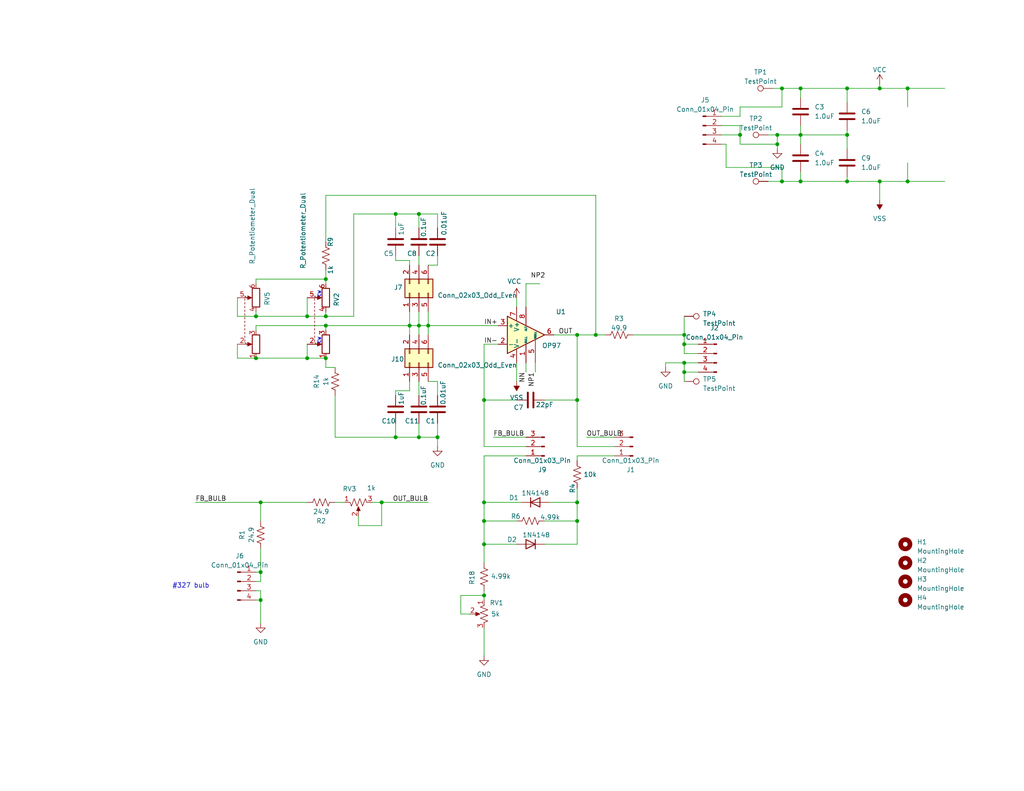
<source format=kicad_sch>
(kicad_sch
	(version 20231120)
	(generator "eeschema")
	(generator_version "8.0")
	(uuid "b69282a1-dfbe-4b32-8ce1-82537d42439c")
	(paper "A")
	(lib_symbols
		(symbol "Amplifier_Operational:LM741"
			(pin_names
				(offset 0.127)
			)
			(exclude_from_sim no)
			(in_bom yes)
			(on_board yes)
			(property "Reference" "U2"
				(at 10.16 -3.4289 0)
				(effects
					(font
						(size 1.27 1.27)
					)
				)
			)
			(property "Value" "LM741"
				(at 10.16 -0.8889 0)
				(effects
					(font
						(size 1.27 1.27)
					)
				)
			)
			(property "Footprint" "Package_DIP:DIP-8_W7.62mm"
				(at 1.27 -1.27 0)
				(effects
					(font
						(size 1.27 1.27)
					)
					(hide yes)
				)
			)
			(property "Datasheet" "http://www.ti.com/lit/ds/symlink/lm741.pdf"
				(at 3.81 -3.81 0)
				(effects
					(font
						(size 1.27 1.27)
					)
					(hide yes)
				)
			)
			(property "Description" "Operational Amplifier, DIP-8/TO-99-8"
				(at 0 0 0)
				(effects
					(font
						(size 1.27 1.27)
					)
					(hide yes)
				)
			)
			(property "ki_keywords" "single opamp"
				(at 0 0 0)
				(effects
					(font
						(size 1.27 1.27)
					)
					(hide yes)
				)
			)
			(property "ki_fp_filters" "SOIC*3.9x4.9mm*P1.27mm* DIP*W7.62mm* TSSOP*3x3mm*P0.65mm*"
				(at 0 0 0)
				(effects
					(font
						(size 1.27 1.27)
					)
					(hide yes)
				)
			)
			(symbol "LM741_0_1"
				(polyline
					(pts
						(xy -5.08 5.08) (xy 5.08 0) (xy -5.08 -5.08) (xy -5.08 5.08)
					)
					(stroke
						(width 0.254)
						(type default)
					)
					(fill
						(type background)
					)
				)
			)
			(symbol "LM741_1_1"
				(pin input line
					(at 0 -7.62 90)
					(length 5.08)
					(name "NULL"
						(effects
							(font
								(size 0.508 0.508)
							)
						)
					)
					(number "1"
						(effects
							(font
								(size 1.27 1.27)
							)
						)
					)
				)
				(pin input line
					(at -7.62 -2.54 0)
					(length 2.54)
					(name "-"
						(effects
							(font
								(size 1.27 1.27)
							)
						)
					)
					(number "2"
						(effects
							(font
								(size 1.27 1.27)
							)
						)
					)
				)
				(pin input line
					(at -7.62 2.54 0)
					(length 2.54)
					(name "+"
						(effects
							(font
								(size 1.27 1.27)
							)
						)
					)
					(number "3"
						(effects
							(font
								(size 1.27 1.27)
							)
						)
					)
				)
				(pin power_in line
					(at -2.54 -7.62 90)
					(length 3.81)
					(name "V-"
						(effects
							(font
								(size 1.27 1.27)
							)
						)
					)
					(number "4"
						(effects
							(font
								(size 1.27 1.27)
							)
						)
					)
				)
				(pin input line
					(at 2.54 -7.62 90)
					(length 6.35)
					(name "NULL"
						(effects
							(font
								(size 0.508 0.508)
							)
						)
					)
					(number "5"
						(effects
							(font
								(size 1.27 1.27)
							)
						)
					)
				)
				(pin output line
					(at 7.62 0 180)
					(length 2.54)
					(name "~"
						(effects
							(font
								(size 1.27 1.27)
							)
						)
					)
					(number "6"
						(effects
							(font
								(size 1.27 1.27)
							)
						)
					)
				)
				(pin power_in line
					(at -2.54 7.62 270)
					(length 3.81)
					(name "V+"
						(effects
							(font
								(size 1.27 1.27)
							)
						)
					)
					(number "7"
						(effects
							(font
								(size 1.27 1.27)
							)
						)
					)
				)
				(pin input line
					(at 0 7.62 270)
					(length 5.08)
					(name "ALT"
						(effects
							(font
								(size 0.508 0.508)
							)
						)
					)
					(number "8"
						(effects
							(font
								(size 1.27 1.27)
							)
						)
					)
				)
				(pin no_connect line
					(at 0 2.54 270)
					(length 2.54) hide
					(name "NC"
						(effects
							(font
								(size 1.27 1.27)
							)
						)
					)
					(number "8"
						(effects
							(font
								(size 1.27 1.27)
							)
						)
					)
				)
			)
		)
		(symbol "Connector:Conn_01x03_Pin"
			(pin_names
				(offset 1.016) hide)
			(exclude_from_sim no)
			(in_bom yes)
			(on_board yes)
			(property "Reference" "J"
				(at 0 5.08 0)
				(effects
					(font
						(size 1.27 1.27)
					)
				)
			)
			(property "Value" "Conn_01x03_Pin"
				(at 0 -5.08 0)
				(effects
					(font
						(size 1.27 1.27)
					)
				)
			)
			(property "Footprint" ""
				(at 0 0 0)
				(effects
					(font
						(size 1.27 1.27)
					)
					(hide yes)
				)
			)
			(property "Datasheet" "~"
				(at 0 0 0)
				(effects
					(font
						(size 1.27 1.27)
					)
					(hide yes)
				)
			)
			(property "Description" "Generic connector, single row, 01x03, script generated"
				(at 0 0 0)
				(effects
					(font
						(size 1.27 1.27)
					)
					(hide yes)
				)
			)
			(property "ki_locked" ""
				(at 0 0 0)
				(effects
					(font
						(size 1.27 1.27)
					)
				)
			)
			(property "ki_keywords" "connector"
				(at 0 0 0)
				(effects
					(font
						(size 1.27 1.27)
					)
					(hide yes)
				)
			)
			(property "ki_fp_filters" "Connector*:*_1x??_*"
				(at 0 0 0)
				(effects
					(font
						(size 1.27 1.27)
					)
					(hide yes)
				)
			)
			(symbol "Conn_01x03_Pin_1_1"
				(polyline
					(pts
						(xy 1.27 -2.54) (xy 0.8636 -2.54)
					)
					(stroke
						(width 0.1524)
						(type default)
					)
					(fill
						(type none)
					)
				)
				(polyline
					(pts
						(xy 1.27 0) (xy 0.8636 0)
					)
					(stroke
						(width 0.1524)
						(type default)
					)
					(fill
						(type none)
					)
				)
				(polyline
					(pts
						(xy 1.27 2.54) (xy 0.8636 2.54)
					)
					(stroke
						(width 0.1524)
						(type default)
					)
					(fill
						(type none)
					)
				)
				(rectangle
					(start 0.8636 -2.413)
					(end 0 -2.667)
					(stroke
						(width 0.1524)
						(type default)
					)
					(fill
						(type outline)
					)
				)
				(rectangle
					(start 0.8636 0.127)
					(end 0 -0.127)
					(stroke
						(width 0.1524)
						(type default)
					)
					(fill
						(type outline)
					)
				)
				(rectangle
					(start 0.8636 2.667)
					(end 0 2.413)
					(stroke
						(width 0.1524)
						(type default)
					)
					(fill
						(type outline)
					)
				)
				(pin passive line
					(at 5.08 2.54 180)
					(length 3.81)
					(name "Pin_1"
						(effects
							(font
								(size 1.27 1.27)
							)
						)
					)
					(number "1"
						(effects
							(font
								(size 1.27 1.27)
							)
						)
					)
				)
				(pin passive line
					(at 5.08 0 180)
					(length 3.81)
					(name "Pin_2"
						(effects
							(font
								(size 1.27 1.27)
							)
						)
					)
					(number "2"
						(effects
							(font
								(size 1.27 1.27)
							)
						)
					)
				)
				(pin passive line
					(at 5.08 -2.54 180)
					(length 3.81)
					(name "Pin_3"
						(effects
							(font
								(size 1.27 1.27)
							)
						)
					)
					(number "3"
						(effects
							(font
								(size 1.27 1.27)
							)
						)
					)
				)
			)
		)
		(symbol "Connector:Conn_01x04_Pin"
			(pin_names
				(offset 1.016) hide)
			(exclude_from_sim no)
			(in_bom yes)
			(on_board yes)
			(property "Reference" "J"
				(at 0 5.08 0)
				(effects
					(font
						(size 1.27 1.27)
					)
				)
			)
			(property "Value" "Conn_01x04_Pin"
				(at 0 -7.62 0)
				(effects
					(font
						(size 1.27 1.27)
					)
				)
			)
			(property "Footprint" ""
				(at 0 0 0)
				(effects
					(font
						(size 1.27 1.27)
					)
					(hide yes)
				)
			)
			(property "Datasheet" "~"
				(at 0 0 0)
				(effects
					(font
						(size 1.27 1.27)
					)
					(hide yes)
				)
			)
			(property "Description" "Generic connector, single row, 01x04, script generated"
				(at 0 0 0)
				(effects
					(font
						(size 1.27 1.27)
					)
					(hide yes)
				)
			)
			(property "ki_locked" ""
				(at 0 0 0)
				(effects
					(font
						(size 1.27 1.27)
					)
				)
			)
			(property "ki_keywords" "connector"
				(at 0 0 0)
				(effects
					(font
						(size 1.27 1.27)
					)
					(hide yes)
				)
			)
			(property "ki_fp_filters" "Connector*:*_1x??_*"
				(at 0 0 0)
				(effects
					(font
						(size 1.27 1.27)
					)
					(hide yes)
				)
			)
			(symbol "Conn_01x04_Pin_1_1"
				(polyline
					(pts
						(xy 1.27 -5.08) (xy 0.8636 -5.08)
					)
					(stroke
						(width 0.1524)
						(type default)
					)
					(fill
						(type none)
					)
				)
				(polyline
					(pts
						(xy 1.27 -2.54) (xy 0.8636 -2.54)
					)
					(stroke
						(width 0.1524)
						(type default)
					)
					(fill
						(type none)
					)
				)
				(polyline
					(pts
						(xy 1.27 0) (xy 0.8636 0)
					)
					(stroke
						(width 0.1524)
						(type default)
					)
					(fill
						(type none)
					)
				)
				(polyline
					(pts
						(xy 1.27 2.54) (xy 0.8636 2.54)
					)
					(stroke
						(width 0.1524)
						(type default)
					)
					(fill
						(type none)
					)
				)
				(rectangle
					(start 0.8636 -4.953)
					(end 0 -5.207)
					(stroke
						(width 0.1524)
						(type default)
					)
					(fill
						(type outline)
					)
				)
				(rectangle
					(start 0.8636 -2.413)
					(end 0 -2.667)
					(stroke
						(width 0.1524)
						(type default)
					)
					(fill
						(type outline)
					)
				)
				(rectangle
					(start 0.8636 0.127)
					(end 0 -0.127)
					(stroke
						(width 0.1524)
						(type default)
					)
					(fill
						(type outline)
					)
				)
				(rectangle
					(start 0.8636 2.667)
					(end 0 2.413)
					(stroke
						(width 0.1524)
						(type default)
					)
					(fill
						(type outline)
					)
				)
				(pin passive line
					(at 5.08 2.54 180)
					(length 3.81)
					(name "Pin_1"
						(effects
							(font
								(size 1.27 1.27)
							)
						)
					)
					(number "1"
						(effects
							(font
								(size 1.27 1.27)
							)
						)
					)
				)
				(pin passive line
					(at 5.08 0 180)
					(length 3.81)
					(name "Pin_2"
						(effects
							(font
								(size 1.27 1.27)
							)
						)
					)
					(number "2"
						(effects
							(font
								(size 1.27 1.27)
							)
						)
					)
				)
				(pin passive line
					(at 5.08 -2.54 180)
					(length 3.81)
					(name "Pin_3"
						(effects
							(font
								(size 1.27 1.27)
							)
						)
					)
					(number "3"
						(effects
							(font
								(size 1.27 1.27)
							)
						)
					)
				)
				(pin passive line
					(at 5.08 -5.08 180)
					(length 3.81)
					(name "Pin_4"
						(effects
							(font
								(size 1.27 1.27)
							)
						)
					)
					(number "4"
						(effects
							(font
								(size 1.27 1.27)
							)
						)
					)
				)
			)
		)
		(symbol "Connector:TestPoint"
			(pin_numbers hide)
			(pin_names
				(offset 0.762) hide)
			(exclude_from_sim no)
			(in_bom yes)
			(on_board yes)
			(property "Reference" "TP"
				(at 0 6.858 0)
				(effects
					(font
						(size 1.27 1.27)
					)
				)
			)
			(property "Value" "TestPoint"
				(at 0 5.08 0)
				(effects
					(font
						(size 1.27 1.27)
					)
				)
			)
			(property "Footprint" ""
				(at 5.08 0 0)
				(effects
					(font
						(size 1.27 1.27)
					)
					(hide yes)
				)
			)
			(property "Datasheet" "~"
				(at 5.08 0 0)
				(effects
					(font
						(size 1.27 1.27)
					)
					(hide yes)
				)
			)
			(property "Description" "test point"
				(at 0 0 0)
				(effects
					(font
						(size 1.27 1.27)
					)
					(hide yes)
				)
			)
			(property "ki_keywords" "test point tp"
				(at 0 0 0)
				(effects
					(font
						(size 1.27 1.27)
					)
					(hide yes)
				)
			)
			(property "ki_fp_filters" "Pin* Test*"
				(at 0 0 0)
				(effects
					(font
						(size 1.27 1.27)
					)
					(hide yes)
				)
			)
			(symbol "TestPoint_0_1"
				(circle
					(center 0 3.302)
					(radius 0.762)
					(stroke
						(width 0)
						(type default)
					)
					(fill
						(type none)
					)
				)
			)
			(symbol "TestPoint_1_1"
				(pin passive line
					(at 0 0 90)
					(length 2.54)
					(name "1"
						(effects
							(font
								(size 1.27 1.27)
							)
						)
					)
					(number "1"
						(effects
							(font
								(size 1.27 1.27)
							)
						)
					)
				)
			)
		)
		(symbol "Connector_Generic:Conn_02x03_Odd_Even"
			(pin_names
				(offset 1.016) hide)
			(exclude_from_sim no)
			(in_bom yes)
			(on_board yes)
			(property "Reference" "J"
				(at 1.27 5.08 0)
				(effects
					(font
						(size 1.27 1.27)
					)
				)
			)
			(property "Value" "Conn_02x03_Odd_Even"
				(at 1.27 -5.08 0)
				(effects
					(font
						(size 1.27 1.27)
					)
				)
			)
			(property "Footprint" ""
				(at 0 0 0)
				(effects
					(font
						(size 1.27 1.27)
					)
					(hide yes)
				)
			)
			(property "Datasheet" "~"
				(at 0 0 0)
				(effects
					(font
						(size 1.27 1.27)
					)
					(hide yes)
				)
			)
			(property "Description" "Generic connector, double row, 02x03, odd/even pin numbering scheme (row 1 odd numbers, row 2 even numbers), script generated (kicad-library-utils/schlib/autogen/connector/)"
				(at 0 0 0)
				(effects
					(font
						(size 1.27 1.27)
					)
					(hide yes)
				)
			)
			(property "ki_keywords" "connector"
				(at 0 0 0)
				(effects
					(font
						(size 1.27 1.27)
					)
					(hide yes)
				)
			)
			(property "ki_fp_filters" "Connector*:*_2x??_*"
				(at 0 0 0)
				(effects
					(font
						(size 1.27 1.27)
					)
					(hide yes)
				)
			)
			(symbol "Conn_02x03_Odd_Even_1_1"
				(rectangle
					(start -1.27 -2.413)
					(end 0 -2.667)
					(stroke
						(width 0.1524)
						(type default)
					)
					(fill
						(type none)
					)
				)
				(rectangle
					(start -1.27 0.127)
					(end 0 -0.127)
					(stroke
						(width 0.1524)
						(type default)
					)
					(fill
						(type none)
					)
				)
				(rectangle
					(start -1.27 2.667)
					(end 0 2.413)
					(stroke
						(width 0.1524)
						(type default)
					)
					(fill
						(type none)
					)
				)
				(rectangle
					(start -1.27 3.81)
					(end 3.81 -3.81)
					(stroke
						(width 0.254)
						(type default)
					)
					(fill
						(type background)
					)
				)
				(rectangle
					(start 3.81 -2.413)
					(end 2.54 -2.667)
					(stroke
						(width 0.1524)
						(type default)
					)
					(fill
						(type none)
					)
				)
				(rectangle
					(start 3.81 0.127)
					(end 2.54 -0.127)
					(stroke
						(width 0.1524)
						(type default)
					)
					(fill
						(type none)
					)
				)
				(rectangle
					(start 3.81 2.667)
					(end 2.54 2.413)
					(stroke
						(width 0.1524)
						(type default)
					)
					(fill
						(type none)
					)
				)
				(pin passive line
					(at -5.08 2.54 0)
					(length 3.81)
					(name "Pin_1"
						(effects
							(font
								(size 1.27 1.27)
							)
						)
					)
					(number "1"
						(effects
							(font
								(size 1.27 1.27)
							)
						)
					)
				)
				(pin passive line
					(at 7.62 2.54 180)
					(length 3.81)
					(name "Pin_2"
						(effects
							(font
								(size 1.27 1.27)
							)
						)
					)
					(number "2"
						(effects
							(font
								(size 1.27 1.27)
							)
						)
					)
				)
				(pin passive line
					(at -5.08 0 0)
					(length 3.81)
					(name "Pin_3"
						(effects
							(font
								(size 1.27 1.27)
							)
						)
					)
					(number "3"
						(effects
							(font
								(size 1.27 1.27)
							)
						)
					)
				)
				(pin passive line
					(at 7.62 0 180)
					(length 3.81)
					(name "Pin_4"
						(effects
							(font
								(size 1.27 1.27)
							)
						)
					)
					(number "4"
						(effects
							(font
								(size 1.27 1.27)
							)
						)
					)
				)
				(pin passive line
					(at -5.08 -2.54 0)
					(length 3.81)
					(name "Pin_5"
						(effects
							(font
								(size 1.27 1.27)
							)
						)
					)
					(number "5"
						(effects
							(font
								(size 1.27 1.27)
							)
						)
					)
				)
				(pin passive line
					(at 7.62 -2.54 180)
					(length 3.81)
					(name "Pin_6"
						(effects
							(font
								(size 1.27 1.27)
							)
						)
					)
					(number "6"
						(effects
							(font
								(size 1.27 1.27)
							)
						)
					)
				)
			)
		)
		(symbol "Device:C"
			(pin_numbers hide)
			(pin_names
				(offset 0.254)
			)
			(exclude_from_sim no)
			(in_bom yes)
			(on_board yes)
			(property "Reference" "C"
				(at 0.635 2.54 0)
				(effects
					(font
						(size 1.27 1.27)
					)
					(justify left)
				)
			)
			(property "Value" "C"
				(at 0.635 -2.54 0)
				(effects
					(font
						(size 1.27 1.27)
					)
					(justify left)
				)
			)
			(property "Footprint" ""
				(at 0.9652 -3.81 0)
				(effects
					(font
						(size 1.27 1.27)
					)
					(hide yes)
				)
			)
			(property "Datasheet" "~"
				(at 0 0 0)
				(effects
					(font
						(size 1.27 1.27)
					)
					(hide yes)
				)
			)
			(property "Description" "Unpolarized capacitor"
				(at 0 0 0)
				(effects
					(font
						(size 1.27 1.27)
					)
					(hide yes)
				)
			)
			(property "ki_keywords" "cap capacitor"
				(at 0 0 0)
				(effects
					(font
						(size 1.27 1.27)
					)
					(hide yes)
				)
			)
			(property "ki_fp_filters" "C_*"
				(at 0 0 0)
				(effects
					(font
						(size 1.27 1.27)
					)
					(hide yes)
				)
			)
			(symbol "C_0_1"
				(polyline
					(pts
						(xy -2.032 -0.762) (xy 2.032 -0.762)
					)
					(stroke
						(width 0.508)
						(type default)
					)
					(fill
						(type none)
					)
				)
				(polyline
					(pts
						(xy -2.032 0.762) (xy 2.032 0.762)
					)
					(stroke
						(width 0.508)
						(type default)
					)
					(fill
						(type none)
					)
				)
			)
			(symbol "C_1_1"
				(pin passive line
					(at 0 3.81 270)
					(length 2.794)
					(name "~"
						(effects
							(font
								(size 1.27 1.27)
							)
						)
					)
					(number "1"
						(effects
							(font
								(size 1.27 1.27)
							)
						)
					)
				)
				(pin passive line
					(at 0 -3.81 90)
					(length 2.794)
					(name "~"
						(effects
							(font
								(size 1.27 1.27)
							)
						)
					)
					(number "2"
						(effects
							(font
								(size 1.27 1.27)
							)
						)
					)
				)
			)
		)
		(symbol "Device:R_Potentiometer_Dual"
			(pin_names
				(offset 1.016) hide)
			(exclude_from_sim no)
			(in_bom yes)
			(on_board yes)
			(property "Reference" "RV"
				(at 0 3.81 0)
				(effects
					(font
						(size 1.27 1.27)
					)
				)
			)
			(property "Value" "R_Potentiometer_Dual"
				(at 0 1.905 0)
				(effects
					(font
						(size 1.27 1.27)
					)
				)
			)
			(property "Footprint" ""
				(at 6.35 -1.905 0)
				(effects
					(font
						(size 1.27 1.27)
					)
					(hide yes)
				)
			)
			(property "Datasheet" "~"
				(at 6.35 -1.905 0)
				(effects
					(font
						(size 1.27 1.27)
					)
					(hide yes)
				)
			)
			(property "Description" "Dual potentiometer"
				(at 0 0 0)
				(effects
					(font
						(size 1.27 1.27)
					)
					(hide yes)
				)
			)
			(property "ki_keywords" "resistor variable"
				(at 0 0 0)
				(effects
					(font
						(size 1.27 1.27)
					)
					(hide yes)
				)
			)
			(property "ki_fp_filters" "Potentiometer*"
				(at 0 0 0)
				(effects
					(font
						(size 1.27 1.27)
					)
					(hide yes)
				)
			)
			(symbol "R_Potentiometer_Dual_0_1"
				(rectangle
					(start -8.89 -1.524)
					(end -3.81 -3.556)
					(stroke
						(width 0.254)
						(type default)
					)
					(fill
						(type none)
					)
				)
				(polyline
					(pts
						(xy -6.35 0) (xy -6.35 -1.016)
					)
					(stroke
						(width 0)
						(type default)
					)
					(fill
						(type none)
					)
				)
				(polyline
					(pts
						(xy -6.35 0) (xy -6.35 -1.016)
					)
					(stroke
						(width 0)
						(type default)
					)
					(fill
						(type none)
					)
				)
				(polyline
					(pts
						(xy -6.35 0) (xy -5.842 0.508)
					)
					(stroke
						(width 0)
						(type default)
					)
					(fill
						(type none)
					)
				)
				(polyline
					(pts
						(xy -5.588 0.508) (xy -5.08 0.508)
					)
					(stroke
						(width 0)
						(type default)
					)
					(fill
						(type none)
					)
				)
				(polyline
					(pts
						(xy -4.572 0.508) (xy -4.064 0.508)
					)
					(stroke
						(width 0)
						(type default)
					)
					(fill
						(type none)
					)
				)
				(polyline
					(pts
						(xy -3.556 0.508) (xy -3.048 0.508)
					)
					(stroke
						(width 0)
						(type default)
					)
					(fill
						(type none)
					)
				)
				(polyline
					(pts
						(xy -2.54 0.508) (xy -2.032 0.508)
					)
					(stroke
						(width 0)
						(type default)
					)
					(fill
						(type none)
					)
				)
				(polyline
					(pts
						(xy -1.524 0.508) (xy -1.016 0.508)
					)
					(stroke
						(width 0)
						(type default)
					)
					(fill
						(type none)
					)
				)
				(polyline
					(pts
						(xy -0.508 0.508) (xy 0 0.508)
					)
					(stroke
						(width 0)
						(type default)
					)
					(fill
						(type none)
					)
				)
				(polyline
					(pts
						(xy 0.508 0.508) (xy 1.016 0.508)
					)
					(stroke
						(width 0)
						(type default)
					)
					(fill
						(type none)
					)
				)
				(polyline
					(pts
						(xy 1.524 0.508) (xy 2.032 0.508)
					)
					(stroke
						(width 0)
						(type default)
					)
					(fill
						(type none)
					)
				)
				(polyline
					(pts
						(xy 2.54 0.508) (xy 3.048 0.508)
					)
					(stroke
						(width 0)
						(type default)
					)
					(fill
						(type none)
					)
				)
				(polyline
					(pts
						(xy 3.556 0.508) (xy 4.064 0.508)
					)
					(stroke
						(width 0)
						(type default)
					)
					(fill
						(type none)
					)
				)
				(polyline
					(pts
						(xy 4.572 0.508) (xy 5.08 0.508)
					)
					(stroke
						(width 0)
						(type default)
					)
					(fill
						(type none)
					)
				)
				(polyline
					(pts
						(xy 5.588 0.508) (xy 6.096 0.508)
					)
					(stroke
						(width 0)
						(type default)
					)
					(fill
						(type none)
					)
				)
				(polyline
					(pts
						(xy 6.35 0) (xy 6.35 -1.016)
					)
					(stroke
						(width 0)
						(type default)
					)
					(fill
						(type none)
					)
				)
				(polyline
					(pts
						(xy 6.35 0) (xy 6.35 -1.016)
					)
					(stroke
						(width 0)
						(type default)
					)
					(fill
						(type none)
					)
				)
				(polyline
					(pts
						(xy 6.604 0.508) (xy 6.858 0.508) (xy 6.35 0)
					)
					(stroke
						(width 0)
						(type default)
					)
					(fill
						(type none)
					)
				)
				(polyline
					(pts
						(xy -6.35 -1.397) (xy -6.858 -0.254) (xy -5.842 -0.254) (xy -6.35 -1.397)
					)
					(stroke
						(width 0)
						(type default)
					)
					(fill
						(type outline)
					)
				)
				(polyline
					(pts
						(xy 6.35 -1.397) (xy 5.842 -0.254) (xy 6.858 -0.254) (xy 6.35 -1.397)
					)
					(stroke
						(width 0)
						(type default)
					)
					(fill
						(type outline)
					)
				)
				(rectangle
					(start 3.81 -1.524)
					(end 8.89 -3.556)
					(stroke
						(width 0.254)
						(type default)
					)
					(fill
						(type none)
					)
				)
			)
			(symbol "R_Potentiometer_Dual_1_1"
				(pin passive line
					(at -10.16 -2.54 0)
					(length 1.27)
					(name "1"
						(effects
							(font
								(size 1.27 1.27)
							)
						)
					)
					(number "1"
						(effects
							(font
								(size 1.27 1.27)
							)
						)
					)
				)
				(pin passive line
					(at -6.35 2.54 270)
					(length 2.54)
					(name "2"
						(effects
							(font
								(size 1.27 1.27)
							)
						)
					)
					(number "2"
						(effects
							(font
								(size 1.27 1.27)
							)
						)
					)
				)
				(pin passive line
					(at -2.54 -2.54 180)
					(length 1.27)
					(name "3"
						(effects
							(font
								(size 1.27 1.27)
							)
						)
					)
					(number "3"
						(effects
							(font
								(size 1.27 1.27)
							)
						)
					)
				)
				(pin passive line
					(at 2.54 -2.54 0)
					(length 1.27)
					(name "4"
						(effects
							(font
								(size 1.27 1.27)
							)
						)
					)
					(number "4"
						(effects
							(font
								(size 1.27 1.27)
							)
						)
					)
				)
				(pin passive line
					(at 6.35 2.54 270)
					(length 2.54)
					(name "5"
						(effects
							(font
								(size 1.27 1.27)
							)
						)
					)
					(number "5"
						(effects
							(font
								(size 1.27 1.27)
							)
						)
					)
				)
				(pin passive line
					(at 10.16 -2.54 180)
					(length 1.27)
					(name "6"
						(effects
							(font
								(size 1.27 1.27)
							)
						)
					)
					(number "6"
						(effects
							(font
								(size 1.27 1.27)
							)
						)
					)
				)
			)
		)
		(symbol "Device:R_Potentiometer_US"
			(pin_names
				(offset 1.016) hide)
			(exclude_from_sim no)
			(in_bom yes)
			(on_board yes)
			(property "Reference" "RV"
				(at -4.445 0 90)
				(effects
					(font
						(size 1.27 1.27)
					)
				)
			)
			(property "Value" "R_Potentiometer_US"
				(at -2.54 0 90)
				(effects
					(font
						(size 1.27 1.27)
					)
				)
			)
			(property "Footprint" ""
				(at 0 0 0)
				(effects
					(font
						(size 1.27 1.27)
					)
					(hide yes)
				)
			)
			(property "Datasheet" "~"
				(at 0 0 0)
				(effects
					(font
						(size 1.27 1.27)
					)
					(hide yes)
				)
			)
			(property "Description" "Potentiometer, US symbol"
				(at 0 0 0)
				(effects
					(font
						(size 1.27 1.27)
					)
					(hide yes)
				)
			)
			(property "ki_keywords" "resistor variable"
				(at 0 0 0)
				(effects
					(font
						(size 1.27 1.27)
					)
					(hide yes)
				)
			)
			(property "ki_fp_filters" "Potentiometer*"
				(at 0 0 0)
				(effects
					(font
						(size 1.27 1.27)
					)
					(hide yes)
				)
			)
			(symbol "R_Potentiometer_US_0_1"
				(polyline
					(pts
						(xy 0 -2.286) (xy 0 -2.54)
					)
					(stroke
						(width 0)
						(type default)
					)
					(fill
						(type none)
					)
				)
				(polyline
					(pts
						(xy 0 2.54) (xy 0 2.286)
					)
					(stroke
						(width 0)
						(type default)
					)
					(fill
						(type none)
					)
				)
				(polyline
					(pts
						(xy 2.54 0) (xy 1.524 0)
					)
					(stroke
						(width 0)
						(type default)
					)
					(fill
						(type none)
					)
				)
				(polyline
					(pts
						(xy 1.143 0) (xy 2.286 0.508) (xy 2.286 -0.508) (xy 1.143 0)
					)
					(stroke
						(width 0)
						(type default)
					)
					(fill
						(type outline)
					)
				)
				(polyline
					(pts
						(xy 0 -0.762) (xy 1.016 -1.143) (xy 0 -1.524) (xy -1.016 -1.905) (xy 0 -2.286)
					)
					(stroke
						(width 0)
						(type default)
					)
					(fill
						(type none)
					)
				)
				(polyline
					(pts
						(xy 0 0.762) (xy 1.016 0.381) (xy 0 0) (xy -1.016 -0.381) (xy 0 -0.762)
					)
					(stroke
						(width 0)
						(type default)
					)
					(fill
						(type none)
					)
				)
				(polyline
					(pts
						(xy 0 2.286) (xy 1.016 1.905) (xy 0 1.524) (xy -1.016 1.143) (xy 0 0.762)
					)
					(stroke
						(width 0)
						(type default)
					)
					(fill
						(type none)
					)
				)
			)
			(symbol "R_Potentiometer_US_1_1"
				(pin passive line
					(at 0 3.81 270)
					(length 1.27)
					(name "1"
						(effects
							(font
								(size 1.27 1.27)
							)
						)
					)
					(number "1"
						(effects
							(font
								(size 1.27 1.27)
							)
						)
					)
				)
				(pin passive line
					(at 3.81 0 180)
					(length 1.27)
					(name "2"
						(effects
							(font
								(size 1.27 1.27)
							)
						)
					)
					(number "2"
						(effects
							(font
								(size 1.27 1.27)
							)
						)
					)
				)
				(pin passive line
					(at 0 -3.81 90)
					(length 1.27)
					(name "3"
						(effects
							(font
								(size 1.27 1.27)
							)
						)
					)
					(number "3"
						(effects
							(font
								(size 1.27 1.27)
							)
						)
					)
				)
			)
		)
		(symbol "Device:R_US"
			(pin_numbers hide)
			(pin_names
				(offset 0)
			)
			(exclude_from_sim no)
			(in_bom yes)
			(on_board yes)
			(property "Reference" "R"
				(at 2.54 0 90)
				(effects
					(font
						(size 1.27 1.27)
					)
				)
			)
			(property "Value" "R_US"
				(at -2.54 0 90)
				(effects
					(font
						(size 1.27 1.27)
					)
				)
			)
			(property "Footprint" ""
				(at 1.016 -0.254 90)
				(effects
					(font
						(size 1.27 1.27)
					)
					(hide yes)
				)
			)
			(property "Datasheet" "~"
				(at 0 0 0)
				(effects
					(font
						(size 1.27 1.27)
					)
					(hide yes)
				)
			)
			(property "Description" "Resistor, US symbol"
				(at 0 0 0)
				(effects
					(font
						(size 1.27 1.27)
					)
					(hide yes)
				)
			)
			(property "ki_keywords" "R res resistor"
				(at 0 0 0)
				(effects
					(font
						(size 1.27 1.27)
					)
					(hide yes)
				)
			)
			(property "ki_fp_filters" "R_*"
				(at 0 0 0)
				(effects
					(font
						(size 1.27 1.27)
					)
					(hide yes)
				)
			)
			(symbol "R_US_0_1"
				(polyline
					(pts
						(xy 0 -2.286) (xy 0 -2.54)
					)
					(stroke
						(width 0)
						(type default)
					)
					(fill
						(type none)
					)
				)
				(polyline
					(pts
						(xy 0 2.286) (xy 0 2.54)
					)
					(stroke
						(width 0)
						(type default)
					)
					(fill
						(type none)
					)
				)
				(polyline
					(pts
						(xy 0 -0.762) (xy 1.016 -1.143) (xy 0 -1.524) (xy -1.016 -1.905) (xy 0 -2.286)
					)
					(stroke
						(width 0)
						(type default)
					)
					(fill
						(type none)
					)
				)
				(polyline
					(pts
						(xy 0 0.762) (xy 1.016 0.381) (xy 0 0) (xy -1.016 -0.381) (xy 0 -0.762)
					)
					(stroke
						(width 0)
						(type default)
					)
					(fill
						(type none)
					)
				)
				(polyline
					(pts
						(xy 0 2.286) (xy 1.016 1.905) (xy 0 1.524) (xy -1.016 1.143) (xy 0 0.762)
					)
					(stroke
						(width 0)
						(type default)
					)
					(fill
						(type none)
					)
				)
			)
			(symbol "R_US_1_1"
				(pin passive line
					(at 0 3.81 270)
					(length 1.27)
					(name "~"
						(effects
							(font
								(size 1.27 1.27)
							)
						)
					)
					(number "1"
						(effects
							(font
								(size 1.27 1.27)
							)
						)
					)
				)
				(pin passive line
					(at 0 -3.81 90)
					(length 1.27)
					(name "~"
						(effects
							(font
								(size 1.27 1.27)
							)
						)
					)
					(number "2"
						(effects
							(font
								(size 1.27 1.27)
							)
						)
					)
				)
			)
		)
		(symbol "Diode:1N4148"
			(pin_numbers hide)
			(pin_names hide)
			(exclude_from_sim no)
			(in_bom yes)
			(on_board yes)
			(property "Reference" "D"
				(at 0 2.54 0)
				(effects
					(font
						(size 1.27 1.27)
					)
				)
			)
			(property "Value" "1N4148"
				(at 0 -2.54 0)
				(effects
					(font
						(size 1.27 1.27)
					)
				)
			)
			(property "Footprint" "Diode_THT:D_DO-35_SOD27_P7.62mm_Horizontal"
				(at 0 0 0)
				(effects
					(font
						(size 1.27 1.27)
					)
					(hide yes)
				)
			)
			(property "Datasheet" "https://assets.nexperia.com/documents/data-sheet/1N4148_1N4448.pdf"
				(at 0 0 0)
				(effects
					(font
						(size 1.27 1.27)
					)
					(hide yes)
				)
			)
			(property "Description" "100V 0.15A standard switching diode, DO-35"
				(at 0 0 0)
				(effects
					(font
						(size 1.27 1.27)
					)
					(hide yes)
				)
			)
			(property "Sim.Device" "D"
				(at 0 0 0)
				(effects
					(font
						(size 1.27 1.27)
					)
					(hide yes)
				)
			)
			(property "Sim.Pins" "1=K 2=A"
				(at 0 0 0)
				(effects
					(font
						(size 1.27 1.27)
					)
					(hide yes)
				)
			)
			(property "ki_keywords" "diode"
				(at 0 0 0)
				(effects
					(font
						(size 1.27 1.27)
					)
					(hide yes)
				)
			)
			(property "ki_fp_filters" "D*DO?35*"
				(at 0 0 0)
				(effects
					(font
						(size 1.27 1.27)
					)
					(hide yes)
				)
			)
			(symbol "1N4148_0_1"
				(polyline
					(pts
						(xy -1.27 1.27) (xy -1.27 -1.27)
					)
					(stroke
						(width 0.254)
						(type default)
					)
					(fill
						(type none)
					)
				)
				(polyline
					(pts
						(xy 1.27 0) (xy -1.27 0)
					)
					(stroke
						(width 0)
						(type default)
					)
					(fill
						(type none)
					)
				)
				(polyline
					(pts
						(xy 1.27 1.27) (xy 1.27 -1.27) (xy -1.27 0) (xy 1.27 1.27)
					)
					(stroke
						(width 0.254)
						(type default)
					)
					(fill
						(type none)
					)
				)
			)
			(symbol "1N4148_1_1"
				(pin passive line
					(at -3.81 0 0)
					(length 2.54)
					(name "K"
						(effects
							(font
								(size 1.27 1.27)
							)
						)
					)
					(number "1"
						(effects
							(font
								(size 1.27 1.27)
							)
						)
					)
				)
				(pin passive line
					(at 3.81 0 180)
					(length 2.54)
					(name "A"
						(effects
							(font
								(size 1.27 1.27)
							)
						)
					)
					(number "2"
						(effects
							(font
								(size 1.27 1.27)
							)
						)
					)
				)
			)
		)
		(symbol "Mechanical:MountingHole"
			(pin_names
				(offset 1.016)
			)
			(exclude_from_sim no)
			(in_bom yes)
			(on_board yes)
			(property "Reference" "H"
				(at 0 5.08 0)
				(effects
					(font
						(size 1.27 1.27)
					)
				)
			)
			(property "Value" "MountingHole"
				(at 0 3.175 0)
				(effects
					(font
						(size 1.27 1.27)
					)
				)
			)
			(property "Footprint" ""
				(at 0 0 0)
				(effects
					(font
						(size 1.27 1.27)
					)
					(hide yes)
				)
			)
			(property "Datasheet" "~"
				(at 0 0 0)
				(effects
					(font
						(size 1.27 1.27)
					)
					(hide yes)
				)
			)
			(property "Description" "Mounting Hole without connection"
				(at 0 0 0)
				(effects
					(font
						(size 1.27 1.27)
					)
					(hide yes)
				)
			)
			(property "ki_keywords" "mounting hole"
				(at 0 0 0)
				(effects
					(font
						(size 1.27 1.27)
					)
					(hide yes)
				)
			)
			(property "ki_fp_filters" "MountingHole*"
				(at 0 0 0)
				(effects
					(font
						(size 1.27 1.27)
					)
					(hide yes)
				)
			)
			(symbol "MountingHole_0_1"
				(circle
					(center 0 0)
					(radius 1.27)
					(stroke
						(width 1.27)
						(type default)
					)
					(fill
						(type none)
					)
				)
			)
		)
		(symbol "power:GND"
			(power)
			(pin_names
				(offset 0)
			)
			(exclude_from_sim no)
			(in_bom yes)
			(on_board yes)
			(property "Reference" "#PWR"
				(at 0 -6.35 0)
				(effects
					(font
						(size 1.27 1.27)
					)
					(hide yes)
				)
			)
			(property "Value" "GND"
				(at 0 -3.81 0)
				(effects
					(font
						(size 1.27 1.27)
					)
				)
			)
			(property "Footprint" ""
				(at 0 0 0)
				(effects
					(font
						(size 1.27 1.27)
					)
					(hide yes)
				)
			)
			(property "Datasheet" ""
				(at 0 0 0)
				(effects
					(font
						(size 1.27 1.27)
					)
					(hide yes)
				)
			)
			(property "Description" "Power symbol creates a global label with name \"GND\" , ground"
				(at 0 0 0)
				(effects
					(font
						(size 1.27 1.27)
					)
					(hide yes)
				)
			)
			(property "ki_keywords" "global power"
				(at 0 0 0)
				(effects
					(font
						(size 1.27 1.27)
					)
					(hide yes)
				)
			)
			(symbol "GND_0_1"
				(polyline
					(pts
						(xy 0 0) (xy 0 -1.27) (xy 1.27 -1.27) (xy 0 -2.54) (xy -1.27 -1.27) (xy 0 -1.27)
					)
					(stroke
						(width 0)
						(type default)
					)
					(fill
						(type none)
					)
				)
			)
			(symbol "GND_1_1"
				(pin power_in line
					(at 0 0 270)
					(length 0) hide
					(name "GND"
						(effects
							(font
								(size 1.27 1.27)
							)
						)
					)
					(number "1"
						(effects
							(font
								(size 1.27 1.27)
							)
						)
					)
				)
			)
		)
		(symbol "power:VCC"
			(power)
			(pin_names
				(offset 0)
			)
			(exclude_from_sim no)
			(in_bom yes)
			(on_board yes)
			(property "Reference" "#PWR"
				(at 0 -3.81 0)
				(effects
					(font
						(size 1.27 1.27)
					)
					(hide yes)
				)
			)
			(property "Value" "VCC"
				(at 0 3.81 0)
				(effects
					(font
						(size 1.27 1.27)
					)
				)
			)
			(property "Footprint" ""
				(at 0 0 0)
				(effects
					(font
						(size 1.27 1.27)
					)
					(hide yes)
				)
			)
			(property "Datasheet" ""
				(at 0 0 0)
				(effects
					(font
						(size 1.27 1.27)
					)
					(hide yes)
				)
			)
			(property "Description" "Power symbol creates a global label with name \"VCC\""
				(at 0 0 0)
				(effects
					(font
						(size 1.27 1.27)
					)
					(hide yes)
				)
			)
			(property "ki_keywords" "global power"
				(at 0 0 0)
				(effects
					(font
						(size 1.27 1.27)
					)
					(hide yes)
				)
			)
			(symbol "VCC_0_1"
				(polyline
					(pts
						(xy -0.762 1.27) (xy 0 2.54)
					)
					(stroke
						(width 0)
						(type default)
					)
					(fill
						(type none)
					)
				)
				(polyline
					(pts
						(xy 0 0) (xy 0 2.54)
					)
					(stroke
						(width 0)
						(type default)
					)
					(fill
						(type none)
					)
				)
				(polyline
					(pts
						(xy 0 2.54) (xy 0.762 1.27)
					)
					(stroke
						(width 0)
						(type default)
					)
					(fill
						(type none)
					)
				)
			)
			(symbol "VCC_1_1"
				(pin power_in line
					(at 0 0 90)
					(length 0) hide
					(name "VCC"
						(effects
							(font
								(size 1.27 1.27)
							)
						)
					)
					(number "1"
						(effects
							(font
								(size 1.27 1.27)
							)
						)
					)
				)
			)
		)
		(symbol "power:VSS"
			(power)
			(pin_names
				(offset 0)
			)
			(exclude_from_sim no)
			(in_bom yes)
			(on_board yes)
			(property "Reference" "#PWR"
				(at 0 -3.81 0)
				(effects
					(font
						(size 1.27 1.27)
					)
					(hide yes)
				)
			)
			(property "Value" "VSS"
				(at 0 3.81 0)
				(effects
					(font
						(size 1.27 1.27)
					)
				)
			)
			(property "Footprint" ""
				(at 0 0 0)
				(effects
					(font
						(size 1.27 1.27)
					)
					(hide yes)
				)
			)
			(property "Datasheet" ""
				(at 0 0 0)
				(effects
					(font
						(size 1.27 1.27)
					)
					(hide yes)
				)
			)
			(property "Description" "Power symbol creates a global label with name \"VSS\""
				(at 0 0 0)
				(effects
					(font
						(size 1.27 1.27)
					)
					(hide yes)
				)
			)
			(property "ki_keywords" "global power"
				(at 0 0 0)
				(effects
					(font
						(size 1.27 1.27)
					)
					(hide yes)
				)
			)
			(symbol "VSS_0_1"
				(polyline
					(pts
						(xy 0 0) (xy 0 2.54)
					)
					(stroke
						(width 0)
						(type default)
					)
					(fill
						(type none)
					)
				)
				(polyline
					(pts
						(xy 0.762 1.27) (xy -0.762 1.27) (xy 0 2.54) (xy 0.762 1.27)
					)
					(stroke
						(width 0)
						(type default)
					)
					(fill
						(type outline)
					)
				)
			)
			(symbol "VSS_1_1"
				(pin power_in line
					(at 0 0 90)
					(length 0) hide
					(name "VSS"
						(effects
							(font
								(size 1.27 1.27)
							)
						)
					)
					(number "1"
						(effects
							(font
								(size 1.27 1.27)
							)
						)
					)
				)
			)
		)
	)
	(junction
		(at 132.08 148.59)
		(diameter 0)
		(color 0 0 0 0)
		(uuid "009c2ac1-b880-499c-8817-285ca312d705")
	)
	(junction
		(at 218.44 36.83)
		(diameter 0)
		(color 0 0 0 0)
		(uuid "04279d0f-1704-4bf2-9b10-6453a5a189fd")
	)
	(junction
		(at 218.44 24.13)
		(diameter 0)
		(color 0 0 0 0)
		(uuid "077dc8d8-006c-49d4-a51c-699f335e0ecd")
	)
	(junction
		(at 231.14 49.53)
		(diameter 0)
		(color 0 0 0 0)
		(uuid "0dd42d42-1320-4e4e-99dd-f550367ee947")
	)
	(junction
		(at 132.08 142.24)
		(diameter 0)
		(color 0 0 0 0)
		(uuid "1191f262-917b-42b0-b7bb-4a5014e2a1b7")
	)
	(junction
		(at 186.69 91.44)
		(diameter 0)
		(color 0 0 0 0)
		(uuid "1215a3c3-5ba0-442a-a258-25e610f0ae7e")
	)
	(junction
		(at 132.08 137.16)
		(diameter 0)
		(color 0 0 0 0)
		(uuid "26fdc70f-c501-40a8-b1c1-d7336fabda55")
	)
	(junction
		(at 83.82 86.36)
		(diameter 0)
		(color 0 0 0 0)
		(uuid "2ab75c42-e383-4710-aed4-4f5f5baef4ce")
	)
	(junction
		(at 114.3 88.9)
		(diameter 0)
		(color 0 0 0 0)
		(uuid "2b778230-0ef8-44eb-9efa-55acf341d801")
	)
	(junction
		(at 157.48 142.24)
		(diameter 0)
		(color 0 0 0 0)
		(uuid "2c6669cf-5d59-46c9-8912-accd25563620")
	)
	(junction
		(at 107.95 119.38)
		(diameter 0)
		(color 0 0 0 0)
		(uuid "2df50198-013b-4bef-8e78-394dde4df76b")
	)
	(junction
		(at 88.9 88.9)
		(diameter 0)
		(color 0 0 0 0)
		(uuid "335e7e98-36f1-432e-9749-585df3599161")
	)
	(junction
		(at 231.14 24.13)
		(diameter 0)
		(color 0 0 0 0)
		(uuid "33c43278-11da-4460-a09c-362fea1e7cad")
	)
	(junction
		(at 132.08 162.56)
		(diameter 0)
		(color 0 0 0 0)
		(uuid "350caa42-8b85-42f1-bfa5-e33e38754a3e")
	)
	(junction
		(at 186.69 101.6)
		(diameter 0)
		(color 0 0 0 0)
		(uuid "4066075f-590b-4c5b-877b-512d306cabe3")
	)
	(junction
		(at 104.14 137.16)
		(diameter 0)
		(color 0 0 0 0)
		(uuid "4218c9b6-d536-4b91-9871-db950e611a64")
	)
	(junction
		(at 247.65 24.13)
		(diameter 0)
		(color 0 0 0 0)
		(uuid "42b5ab27-32cb-449b-95b1-ec6fe7643c2c")
	)
	(junction
		(at 71.12 137.16)
		(diameter 0)
		(color 0 0 0 0)
		(uuid "4b644513-06d5-4f0b-9a0d-8a6e406afc63")
	)
	(junction
		(at 83.82 97.79)
		(diameter 0)
		(color 0 0 0 0)
		(uuid "4d65cf0a-395d-4634-82a1-661e093404f6")
	)
	(junction
		(at 88.9 97.79)
		(diameter 0)
		(color 0 0 0 0)
		(uuid "50debed0-d006-49cd-b952-0a26f9189f3b")
	)
	(junction
		(at 213.36 49.53)
		(diameter 0)
		(color 0 0 0 0)
		(uuid "5356c9d4-f1dd-4771-aa46-b39655779087")
	)
	(junction
		(at 88.9 76.2)
		(diameter 0)
		(color 0 0 0 0)
		(uuid "62829d6d-0ae4-4b55-afd9-6706fb6efca3")
	)
	(junction
		(at 114.3 119.38)
		(diameter 0)
		(color 0 0 0 0)
		(uuid "629fe118-e65c-4621-962d-e05eeee47da5")
	)
	(junction
		(at 213.36 24.13)
		(diameter 0)
		(color 0 0 0 0)
		(uuid "6eb59ebe-a427-44a9-9e48-99c076dd4817")
	)
	(junction
		(at 71.12 156.21)
		(diameter 0)
		(color 0 0 0 0)
		(uuid "6f1ac367-464d-4ee7-bc76-f57c116458d7")
	)
	(junction
		(at 157.48 109.22)
		(diameter 0)
		(color 0 0 0 0)
		(uuid "72264e84-3f4e-4a66-a0fe-60375e0740a5")
	)
	(junction
		(at 212.09 39.37)
		(diameter 0)
		(color 0 0 0 0)
		(uuid "75d6c0b3-1723-451e-9c1d-54ba2e17210c")
	)
	(junction
		(at 71.12 163.83)
		(diameter 0)
		(color 0 0 0 0)
		(uuid "7b71ef7a-acf4-41c0-b2b2-3a2ebbf397da")
	)
	(junction
		(at 240.03 49.53)
		(diameter 0)
		(color 0 0 0 0)
		(uuid "80664235-1fb2-414e-9213-c5e78e08a578")
	)
	(junction
		(at 231.14 36.83)
		(diameter 0)
		(color 0 0 0 0)
		(uuid "8108ea8e-466e-425d-805b-d9f8dc39c33c")
	)
	(junction
		(at 157.48 137.16)
		(diameter 0)
		(color 0 0 0 0)
		(uuid "83cbf3ed-ed72-46e7-98b6-7357f80f8e2e")
	)
	(junction
		(at 114.3 58.42)
		(diameter 0)
		(color 0 0 0 0)
		(uuid "8bad804a-709f-4ef1-840e-0cf460f203a9")
	)
	(junction
		(at 212.09 36.83)
		(diameter 0)
		(color 0 0 0 0)
		(uuid "8d32687f-8d5a-4a9c-9e3a-37a6e796a2b2")
	)
	(junction
		(at 247.65 49.53)
		(diameter 0)
		(color 0 0 0 0)
		(uuid "8f4fd6ba-2b6a-4fd3-853d-fcba66ccb49a")
	)
	(junction
		(at 157.48 91.44)
		(diameter 0)
		(color 0 0 0 0)
		(uuid "919f0262-93b5-4827-a90c-fcdf649e0fc6")
	)
	(junction
		(at 186.69 99.06)
		(diameter 0)
		(color 0 0 0 0)
		(uuid "95762aa2-044f-4d18-825f-7da27c2e17d9")
	)
	(junction
		(at 69.85 97.79)
		(diameter 0)
		(color 0 0 0 0)
		(uuid "96ee6fff-cfa5-464a-8b33-3d6d8ec665fa")
	)
	(junction
		(at 240.03 24.13)
		(diameter 0)
		(color 0 0 0 0)
		(uuid "a1954ac8-9f81-44a9-abf1-621ac85da51b")
	)
	(junction
		(at 132.08 109.22)
		(diameter 0)
		(color 0 0 0 0)
		(uuid "a88bf936-9bed-44fb-b6bf-e0fbf954b092")
	)
	(junction
		(at 201.93 36.83)
		(diameter 0)
		(color 0 0 0 0)
		(uuid "af8958ab-1604-49a2-a12b-1c367f73a133")
	)
	(junction
		(at 162.56 91.44)
		(diameter 0)
		(color 0 0 0 0)
		(uuid "b84c9960-ea52-4746-88b7-b6671d66976d")
	)
	(junction
		(at 107.95 58.42)
		(diameter 0)
		(color 0 0 0 0)
		(uuid "c3352ce0-0d87-49ba-b7ef-6645323eb57b")
	)
	(junction
		(at 111.76 88.9)
		(diameter 0)
		(color 0 0 0 0)
		(uuid "c54e3975-91a1-40da-8af4-697f1a264285")
	)
	(junction
		(at 88.9 86.36)
		(diameter 0)
		(color 0 0 0 0)
		(uuid "eb60744c-80bf-4724-bbb8-80a58e55721d")
	)
	(junction
		(at 116.84 88.9)
		(diameter 0)
		(color 0 0 0 0)
		(uuid "ebbd9fab-e7e9-47ce-8403-9ba5dc7b6078")
	)
	(junction
		(at 69.85 86.36)
		(diameter 0)
		(color 0 0 0 0)
		(uuid "ecb18b7b-a4c1-4f69-8ff6-7858062da48c")
	)
	(junction
		(at 119.38 119.38)
		(diameter 0)
		(color 0 0 0 0)
		(uuid "ef74736c-6a7a-4cfe-af2c-518a148e5e0f")
	)
	(junction
		(at 186.69 93.98)
		(diameter 0)
		(color 0 0 0 0)
		(uuid "f1001eaf-eba5-486c-9221-386ec3a7053b")
	)
	(junction
		(at 218.44 49.53)
		(diameter 0)
		(color 0 0 0 0)
		(uuid "fe722968-bc85-44c1-a157-fafd525058ec")
	)
	(wire
		(pts
			(xy 132.08 124.46) (xy 132.08 137.16)
		)
		(stroke
			(width 0)
			(type default)
		)
		(uuid "012524e3-dd37-42cb-80af-ec8c07575105")
	)
	(wire
		(pts
			(xy 71.12 149.86) (xy 71.12 156.21)
		)
		(stroke
			(width 0)
			(type default)
		)
		(uuid "019904c9-0903-4309-b358-8a7b11ae3b4c")
	)
	(wire
		(pts
			(xy 69.85 156.21) (xy 71.12 156.21)
		)
		(stroke
			(width 0)
			(type default)
		)
		(uuid "026be617-86ab-4b3f-a121-fbf38d0d6f1c")
	)
	(wire
		(pts
			(xy 114.3 88.9) (xy 114.3 91.44)
		)
		(stroke
			(width 0)
			(type default)
		)
		(uuid "0360f9be-0103-4c70-a0ad-894b550fb413")
	)
	(wire
		(pts
			(xy 107.95 106.68) (xy 107.95 107.95)
		)
		(stroke
			(width 0)
			(type default)
		)
		(uuid "0532533c-184b-43f2-b651-3273a6936e0a")
	)
	(wire
		(pts
			(xy 125.73 167.64) (xy 125.73 162.56)
		)
		(stroke
			(width 0)
			(type default)
		)
		(uuid "056289e4-745d-4cfc-9322-b1c22195f6bc")
	)
	(wire
		(pts
			(xy 231.14 35.56) (xy 231.14 36.83)
		)
		(stroke
			(width 0)
			(type default)
		)
		(uuid "0890ea8d-c720-4efd-ba19-0e7984b5142c")
	)
	(wire
		(pts
			(xy 114.3 85.09) (xy 114.3 88.9)
		)
		(stroke
			(width 0)
			(type default)
		)
		(uuid "09e35b41-80ea-4166-b67f-cde4b83a27ad")
	)
	(wire
		(pts
			(xy 196.85 31.75) (xy 201.93 31.75)
		)
		(stroke
			(width 0)
			(type default)
		)
		(uuid "0a7a005e-b140-4f15-b118-ad5e72d137a7")
	)
	(wire
		(pts
			(xy 143.51 99.06) (xy 143.51 101.6)
		)
		(stroke
			(width 0)
			(type default)
		)
		(uuid "0b795637-49e7-4f7b-b344-a9188a709b21")
	)
	(wire
		(pts
			(xy 132.08 171.45) (xy 132.08 179.07)
		)
		(stroke
			(width 0)
			(type default)
		)
		(uuid "0cd94a4e-b6cf-4872-9310-849528c5da99")
	)
	(wire
		(pts
			(xy 111.76 72.39) (xy 111.76 71.12)
		)
		(stroke
			(width 0)
			(type default)
		)
		(uuid "0ec8a8f5-4c0f-40ab-99fb-64638a36751a")
	)
	(wire
		(pts
			(xy 148.59 109.22) (xy 157.48 109.22)
		)
		(stroke
			(width 0)
			(type default)
		)
		(uuid "0eff36b9-9791-4ca4-b379-d8b9fe25a552")
	)
	(wire
		(pts
			(xy 88.9 88.9) (xy 88.9 90.17)
		)
		(stroke
			(width 0)
			(type default)
		)
		(uuid "11616262-c7ac-454f-b1ca-ddf003cf3539")
	)
	(wire
		(pts
			(xy 201.93 36.83) (xy 201.93 39.37)
		)
		(stroke
			(width 0)
			(type default)
		)
		(uuid "11eaa3e0-8c39-4c27-b0a3-7ee30fba549b")
	)
	(wire
		(pts
			(xy 116.84 88.9) (xy 135.89 88.9)
		)
		(stroke
			(width 0)
			(type default)
		)
		(uuid "126899fe-358e-4f66-b44f-79e8b39a8047")
	)
	(wire
		(pts
			(xy 142.24 137.16) (xy 132.08 137.16)
		)
		(stroke
			(width 0)
			(type default)
		)
		(uuid "12ac7bf9-ad26-4807-acd0-e3b999d4c698")
	)
	(wire
		(pts
			(xy 91.44 107.95) (xy 91.44 119.38)
		)
		(stroke
			(width 0)
			(type default)
		)
		(uuid "12d465e0-c65f-4ef3-96b3-c73b26f29921")
	)
	(wire
		(pts
			(xy 111.76 71.12) (xy 107.95 71.12)
		)
		(stroke
			(width 0)
			(type default)
		)
		(uuid "14dbc844-98c7-48fc-9a1e-b149ecc34605")
	)
	(wire
		(pts
			(xy 209.55 36.83) (xy 212.09 36.83)
		)
		(stroke
			(width 0)
			(type default)
		)
		(uuid "18e0b4dd-736d-43aa-a81a-9858723a7736")
	)
	(wire
		(pts
			(xy 116.84 72.39) (xy 119.38 72.39)
		)
		(stroke
			(width 0)
			(type default)
		)
		(uuid "18eae6a5-5e21-4472-a157-ea15918ff47b")
	)
	(wire
		(pts
			(xy 64.77 93.98) (xy 64.77 97.79)
		)
		(stroke
			(width 0)
			(type default)
		)
		(uuid "1a2abf6b-b245-4db4-8a7a-823afc388637")
	)
	(wire
		(pts
			(xy 114.3 69.85) (xy 114.3 72.39)
		)
		(stroke
			(width 0)
			(type default)
		)
		(uuid "1d8659ca-c0ac-4046-9833-bbbc12e313e8")
	)
	(wire
		(pts
			(xy 186.69 93.98) (xy 186.69 96.52)
		)
		(stroke
			(width 0)
			(type default)
		)
		(uuid "1dd0e037-fda2-4ec7-83e7-87388ccdf42c")
	)
	(wire
		(pts
			(xy 196.85 39.37) (xy 198.12 39.37)
		)
		(stroke
			(width 0)
			(type default)
		)
		(uuid "21806704-34d9-407f-8288-446c3e6e3c8d")
	)
	(wire
		(pts
			(xy 116.84 104.14) (xy 119.38 104.14)
		)
		(stroke
			(width 0)
			(type default)
		)
		(uuid "263b0d68-948c-4f92-9484-0e78a59aa610")
	)
	(wire
		(pts
			(xy 91.44 137.16) (xy 93.98 137.16)
		)
		(stroke
			(width 0)
			(type default)
		)
		(uuid "2748e5e8-2f09-49a8-a467-6aac308eb5b2")
	)
	(wire
		(pts
			(xy 107.95 115.57) (xy 107.95 119.38)
		)
		(stroke
			(width 0)
			(type default)
		)
		(uuid "296f5d4e-4bc2-42d9-9d4f-79991e2df06b")
	)
	(wire
		(pts
			(xy 132.08 161.29) (xy 132.08 162.56)
		)
		(stroke
			(width 0)
			(type default)
		)
		(uuid "2be60bbf-ac1c-48bc-9266-5cf7777cdd38")
	)
	(wire
		(pts
			(xy 213.36 45.72) (xy 213.36 49.53)
		)
		(stroke
			(width 0)
			(type default)
		)
		(uuid "2c508579-353a-4a4c-95ea-d2d4f4a96365")
	)
	(wire
		(pts
			(xy 157.48 91.44) (xy 162.56 91.44)
		)
		(stroke
			(width 0)
			(type default)
		)
		(uuid "2d229adc-a6c2-4e47-9666-55baecb52d34")
	)
	(wire
		(pts
			(xy 107.95 69.85) (xy 107.95 71.12)
		)
		(stroke
			(width 0)
			(type default)
		)
		(uuid "2f34a3a3-bd2f-4dec-964f-17942867285d")
	)
	(wire
		(pts
			(xy 69.85 85.09) (xy 69.85 86.36)
		)
		(stroke
			(width 0)
			(type default)
		)
		(uuid "2f4080ed-99f7-4aea-bc61-df690c003a74")
	)
	(wire
		(pts
			(xy 88.9 53.34) (xy 88.9 66.04)
		)
		(stroke
			(width 0)
			(type default)
		)
		(uuid "32ac2bd7-c7db-466f-9405-d95b3329f31b")
	)
	(wire
		(pts
			(xy 218.44 46.99) (xy 218.44 49.53)
		)
		(stroke
			(width 0)
			(type default)
		)
		(uuid "333744ad-4440-4dae-ac93-9bf8f755c8d6")
	)
	(wire
		(pts
			(xy 140.97 142.24) (xy 132.08 142.24)
		)
		(stroke
			(width 0)
			(type default)
		)
		(uuid "34986507-7cde-406e-9918-ad214a64a714")
	)
	(wire
		(pts
			(xy 111.76 88.9) (xy 111.76 91.44)
		)
		(stroke
			(width 0)
			(type default)
		)
		(uuid "362cb9fa-8a41-46af-a0e8-471a302c4586")
	)
	(wire
		(pts
			(xy 247.65 29.21) (xy 247.65 24.13)
		)
		(stroke
			(width 0)
			(type default)
		)
		(uuid "36b33271-289f-4715-81b7-ff182177204b")
	)
	(wire
		(pts
			(xy 125.73 162.56) (xy 132.08 162.56)
		)
		(stroke
			(width 0)
			(type default)
		)
		(uuid "384a20b7-ad8f-4b68-9099-0d11bd532952")
	)
	(wire
		(pts
			(xy 119.38 119.38) (xy 114.3 119.38)
		)
		(stroke
			(width 0)
			(type default)
		)
		(uuid "38abaf72-1690-4215-bc8c-a318b700f7be")
	)
	(wire
		(pts
			(xy 190.5 96.52) (xy 186.69 96.52)
		)
		(stroke
			(width 0)
			(type default)
		)
		(uuid "38e0370e-416d-4987-8308-a9c6a3e223ac")
	)
	(wire
		(pts
			(xy 83.82 93.98) (xy 83.82 97.79)
		)
		(stroke
			(width 0)
			(type default)
		)
		(uuid "393dab7b-b916-421f-831d-40fa9b4a4d4a")
	)
	(wire
		(pts
			(xy 88.9 76.2) (xy 88.9 77.47)
		)
		(stroke
			(width 0)
			(type default)
		)
		(uuid "3a9b76cf-32aa-48f3-abd3-e48b5631c3ab")
	)
	(wire
		(pts
			(xy 218.44 24.13) (xy 213.36 24.13)
		)
		(stroke
			(width 0)
			(type default)
		)
		(uuid "3b558127-a44d-4490-81dc-d3d0fbe3565f")
	)
	(wire
		(pts
			(xy 71.12 137.16) (xy 83.82 137.16)
		)
		(stroke
			(width 0)
			(type default)
		)
		(uuid "3b8d0dc1-9388-453d-b80e-f51c2a4e266e")
	)
	(wire
		(pts
			(xy 53.34 137.16) (xy 71.12 137.16)
		)
		(stroke
			(width 0)
			(type default)
		)
		(uuid "3d5fbfd9-5895-4bd0-a03a-596241163de4")
	)
	(wire
		(pts
			(xy 240.03 22.86) (xy 240.03 24.13)
		)
		(stroke
			(width 0)
			(type default)
		)
		(uuid "404acda8-6278-4bf2-9642-40eeddce1220")
	)
	(wire
		(pts
			(xy 201.93 31.75) (xy 201.93 29.21)
		)
		(stroke
			(width 0)
			(type default)
		)
		(uuid "40aab0fd-791d-4a5b-acdb-c3ae17d96b30")
	)
	(wire
		(pts
			(xy 134.62 119.38) (xy 143.51 119.38)
		)
		(stroke
			(width 0)
			(type default)
		)
		(uuid "4212a138-6075-46d3-8528-ca0e217c6aef")
	)
	(wire
		(pts
			(xy 88.9 100.33) (xy 91.44 100.33)
		)
		(stroke
			(width 0)
			(type default)
		)
		(uuid "42af7c15-9ab8-4bd6-a676-bd0bc166139c")
	)
	(wire
		(pts
			(xy 218.44 36.83) (xy 218.44 39.37)
		)
		(stroke
			(width 0)
			(type default)
		)
		(uuid "460c0f03-45c3-4859-87ad-c475139a7344")
	)
	(wire
		(pts
			(xy 149.86 137.16) (xy 157.48 137.16)
		)
		(stroke
			(width 0)
			(type default)
		)
		(uuid "46645303-8608-4e50-b200-6a34da7e5172")
	)
	(wire
		(pts
			(xy 201.93 39.37) (xy 212.09 39.37)
		)
		(stroke
			(width 0)
			(type default)
		)
		(uuid "471babed-ce8c-4bbc-9966-f30baf6a8e8a")
	)
	(wire
		(pts
			(xy 111.76 88.9) (xy 114.3 88.9)
		)
		(stroke
			(width 0)
			(type default)
		)
		(uuid "48000673-cb3b-4b26-a8ac-4f4c8a52a1e8")
	)
	(wire
		(pts
			(xy 88.9 97.79) (xy 88.9 100.33)
		)
		(stroke
			(width 0)
			(type default)
		)
		(uuid "4a8062e3-138a-430e-9207-1344630da099")
	)
	(wire
		(pts
			(xy 213.36 24.13) (xy 210.82 24.13)
		)
		(stroke
			(width 0)
			(type default)
		)
		(uuid "4db00a46-ad8f-4e08-a2ff-ba0740d0425b")
	)
	(wire
		(pts
			(xy 71.12 161.29) (xy 71.12 163.83)
		)
		(stroke
			(width 0)
			(type default)
		)
		(uuid "4e582f17-cd78-4b19-902a-2dbd847244b2")
	)
	(wire
		(pts
			(xy 119.38 58.42) (xy 114.3 58.42)
		)
		(stroke
			(width 0)
			(type default)
		)
		(uuid "5306e753-2fd6-4a7a-ab84-4178755ec6ce")
	)
	(wire
		(pts
			(xy 157.48 142.24) (xy 157.48 148.59)
		)
		(stroke
			(width 0)
			(type default)
		)
		(uuid "531b4422-54ad-4a9a-b805-c20cf84771ee")
	)
	(wire
		(pts
			(xy 148.59 142.24) (xy 157.48 142.24)
		)
		(stroke
			(width 0)
			(type default)
		)
		(uuid "54d944a2-bc6e-4354-9502-6ecb1e61afef")
	)
	(wire
		(pts
			(xy 167.64 124.46) (xy 157.48 124.46)
		)
		(stroke
			(width 0)
			(type default)
		)
		(uuid "559c1c43-1f28-430d-b518-7286a76909a1")
	)
	(wire
		(pts
			(xy 201.93 29.21) (xy 213.36 29.21)
		)
		(stroke
			(width 0)
			(type default)
		)
		(uuid "573fe8c7-b5b1-48a4-8f62-d31d8db44a28")
	)
	(wire
		(pts
			(xy 64.77 86.36) (xy 69.85 86.36)
		)
		(stroke
			(width 0)
			(type default)
		)
		(uuid "57c1e2ba-e70f-4514-b223-02bdb9975d86")
	)
	(wire
		(pts
			(xy 218.44 24.13) (xy 218.44 26.67)
		)
		(stroke
			(width 0)
			(type default)
		)
		(uuid "58405903-ce97-4101-8c2f-919e347fc64c")
	)
	(wire
		(pts
			(xy 186.69 101.6) (xy 186.69 104.14)
		)
		(stroke
			(width 0)
			(type default)
		)
		(uuid "5a256728-a537-4071-bf9a-203da8c72bd7")
	)
	(wire
		(pts
			(xy 196.85 34.29) (xy 201.93 34.29)
		)
		(stroke
			(width 0)
			(type default)
		)
		(uuid "5a84242d-fd5b-45c6-a31d-015ba7a92f97")
	)
	(wire
		(pts
			(xy 69.85 88.9) (xy 88.9 88.9)
		)
		(stroke
			(width 0)
			(type default)
		)
		(uuid "5d776e10-72ee-4b19-aafe-8a13ebe560fa")
	)
	(wire
		(pts
			(xy 146.05 99.06) (xy 146.05 101.6)
		)
		(stroke
			(width 0)
			(type default)
		)
		(uuid "5ec3fc00-01be-4501-b7d7-16b830e9c639")
	)
	(wire
		(pts
			(xy 132.08 124.46) (xy 143.51 124.46)
		)
		(stroke
			(width 0)
			(type default)
		)
		(uuid "61d3392a-d805-4aaa-b088-cec0b2429c7f")
	)
	(wire
		(pts
			(xy 69.85 158.75) (xy 71.12 158.75)
		)
		(stroke
			(width 0)
			(type default)
		)
		(uuid "61d4330b-8b8f-4949-9199-7bda6c52d314")
	)
	(wire
		(pts
			(xy 104.14 137.16) (xy 101.6 137.16)
		)
		(stroke
			(width 0)
			(type default)
		)
		(uuid "636ba614-53bc-4cfe-a345-e7782aac3024")
	)
	(wire
		(pts
			(xy 212.09 36.83) (xy 212.09 39.37)
		)
		(stroke
			(width 0)
			(type default)
		)
		(uuid "644ecaa3-b196-42de-bc81-dff800b6de66")
	)
	(wire
		(pts
			(xy 157.48 121.92) (xy 157.48 109.22)
		)
		(stroke
			(width 0)
			(type default)
		)
		(uuid "656ceafe-99e5-4aba-abc1-5dc367b282cd")
	)
	(wire
		(pts
			(xy 247.65 44.45) (xy 247.65 49.53)
		)
		(stroke
			(width 0)
			(type default)
		)
		(uuid "66a1b3ab-bdbe-42f8-84ac-5bce10589d1d")
	)
	(wire
		(pts
			(xy 218.44 36.83) (xy 231.14 36.83)
		)
		(stroke
			(width 0)
			(type default)
		)
		(uuid "66b7f78e-3dd4-4581-9ba2-d3c685e07418")
	)
	(wire
		(pts
			(xy 140.97 81.28) (xy 140.97 83.82)
		)
		(stroke
			(width 0)
			(type default)
		)
		(uuid "66f443f5-c0ed-40bd-902b-768fc101d36a")
	)
	(wire
		(pts
			(xy 83.82 86.36) (xy 88.9 86.36)
		)
		(stroke
			(width 0)
			(type default)
		)
		(uuid "67c8270b-b973-4c3e-b395-3567db2485fa")
	)
	(wire
		(pts
			(xy 172.72 91.44) (xy 186.69 91.44)
		)
		(stroke
			(width 0)
			(type default)
		)
		(uuid "692f7e9d-75f0-4ff1-a87b-21f73e677b75")
	)
	(wire
		(pts
			(xy 157.48 124.46) (xy 157.48 125.73)
		)
		(stroke
			(width 0)
			(type default)
		)
		(uuid "69399196-eb81-4391-b496-e9595d35b9ad")
	)
	(wire
		(pts
			(xy 114.3 119.38) (xy 107.95 119.38)
		)
		(stroke
			(width 0)
			(type default)
		)
		(uuid "6a401508-58c4-4a52-bebe-81c642b9be47")
	)
	(wire
		(pts
			(xy 231.14 48.26) (xy 231.14 49.53)
		)
		(stroke
			(width 0)
			(type default)
		)
		(uuid "6c6689e1-b7a8-4428-9145-f0f856ccb3ca")
	)
	(wire
		(pts
			(xy 212.09 36.83) (xy 218.44 36.83)
		)
		(stroke
			(width 0)
			(type default)
		)
		(uuid "74ba6760-4bc9-4ef6-86c0-1e8d114d2435")
	)
	(wire
		(pts
			(xy 247.65 24.13) (xy 240.03 24.13)
		)
		(stroke
			(width 0)
			(type default)
		)
		(uuid "78bed95e-a9b7-439c-beab-b0351cbd0c1d")
	)
	(wire
		(pts
			(xy 104.14 137.16) (xy 116.84 137.16)
		)
		(stroke
			(width 0)
			(type default)
		)
		(uuid "7a2bbef9-1e19-4639-99f7-757d4deaefc5")
	)
	(wire
		(pts
			(xy 218.44 34.29) (xy 218.44 36.83)
		)
		(stroke
			(width 0)
			(type default)
		)
		(uuid "7c77efdd-ec02-49f0-b73f-3e27521b7205")
	)
	(wire
		(pts
			(xy 107.95 119.38) (xy 91.44 119.38)
		)
		(stroke
			(width 0)
			(type default)
		)
		(uuid "7f0fcbb2-6c33-4afa-9bbd-2ed98e591eec")
	)
	(wire
		(pts
			(xy 132.08 148.59) (xy 140.97 148.59)
		)
		(stroke
			(width 0)
			(type default)
		)
		(uuid "80908671-f315-4502-93d6-27a801a0b841")
	)
	(wire
		(pts
			(xy 167.64 121.92) (xy 157.48 121.92)
		)
		(stroke
			(width 0)
			(type default)
		)
		(uuid "80af21fe-2547-40fa-bd44-402b25fe49e0")
	)
	(wire
		(pts
			(xy 201.93 34.29) (xy 201.93 36.83)
		)
		(stroke
			(width 0)
			(type default)
		)
		(uuid "80c13f70-4630-42e8-b3eb-415ac24619a3")
	)
	(wire
		(pts
			(xy 132.08 93.98) (xy 132.08 109.22)
		)
		(stroke
			(width 0)
			(type default)
		)
		(uuid "80ed1766-008e-43f2-a182-12f294913708")
	)
	(wire
		(pts
			(xy 69.85 97.79) (xy 83.82 97.79)
		)
		(stroke
			(width 0)
			(type default)
		)
		(uuid "8641458e-4406-4f6c-9632-992fde74e91f")
	)
	(wire
		(pts
			(xy 186.69 93.98) (xy 190.5 93.98)
		)
		(stroke
			(width 0)
			(type default)
		)
		(uuid "874e3777-de52-438f-991a-2f03a0fdb526")
	)
	(wire
		(pts
			(xy 198.12 39.37) (xy 198.12 45.72)
		)
		(stroke
			(width 0)
			(type default)
		)
		(uuid "881221eb-67ab-4fc3-b973-a986996c6f40")
	)
	(wire
		(pts
			(xy 132.08 121.92) (xy 143.51 121.92)
		)
		(stroke
			(width 0)
			(type default)
		)
		(uuid "88960dc0-3615-4919-9d77-a15748bdea3b")
	)
	(wire
		(pts
			(xy 160.02 119.38) (xy 167.64 119.38)
		)
		(stroke
			(width 0)
			(type default)
		)
		(uuid "88ddaf02-01e8-4733-b8fc-ffe628300c02")
	)
	(wire
		(pts
			(xy 240.03 24.13) (xy 231.14 24.13)
		)
		(stroke
			(width 0)
			(type default)
		)
		(uuid "8e9403e6-eef8-41f7-a98d-fbd70a098100")
	)
	(wire
		(pts
			(xy 132.08 142.24) (xy 132.08 148.59)
		)
		(stroke
			(width 0)
			(type default)
		)
		(uuid "8f7b37cc-f424-48c7-a440-15954e86a805")
	)
	(wire
		(pts
			(xy 143.51 77.47) (xy 147.32 77.47)
		)
		(stroke
			(width 0)
			(type default)
		)
		(uuid "905c415a-1154-4371-94fd-857b00a4330c")
	)
	(wire
		(pts
			(xy 140.97 104.14) (xy 140.97 99.06)
		)
		(stroke
			(width 0)
			(type default)
		)
		(uuid "905e88d7-8822-4fff-a086-9ce02b63f50b")
	)
	(wire
		(pts
			(xy 132.08 162.56) (xy 132.08 163.83)
		)
		(stroke
			(width 0)
			(type default)
		)
		(uuid "93df22d2-ade0-435d-b2d9-b03176d1f547")
	)
	(wire
		(pts
			(xy 212.09 39.37) (xy 212.09 40.64)
		)
		(stroke
			(width 0)
			(type default)
		)
		(uuid "95302ca5-1b04-4ed8-b95f-79833e082d2a")
	)
	(wire
		(pts
			(xy 198.12 45.72) (xy 213.36 45.72)
		)
		(stroke
			(width 0)
			(type default)
		)
		(uuid "95e07e7c-2a18-4e4f-b1ef-579d08df2fc7")
	)
	(wire
		(pts
			(xy 231.14 36.83) (xy 231.14 40.64)
		)
		(stroke
			(width 0)
			(type default)
		)
		(uuid "96705974-75c6-42b9-bcee-8fd5e6eea0e5")
	)
	(wire
		(pts
			(xy 114.3 58.42) (xy 114.3 62.23)
		)
		(stroke
			(width 0)
			(type default)
		)
		(uuid "96bc285a-9057-4f4c-8886-071a639e1e3a")
	)
	(wire
		(pts
			(xy 111.76 85.09) (xy 111.76 88.9)
		)
		(stroke
			(width 0)
			(type default)
		)
		(uuid "96ff53e1-305d-4323-abc3-3579f0105cbc")
	)
	(wire
		(pts
			(xy 186.69 99.06) (xy 190.5 99.06)
		)
		(stroke
			(width 0)
			(type default)
		)
		(uuid "976b58b4-c4eb-4cf6-9f2c-8c50d9fcd196")
	)
	(wire
		(pts
			(xy 132.08 148.59) (xy 132.08 153.67)
		)
		(stroke
			(width 0)
			(type default)
		)
		(uuid "99cbd950-c2a9-4b3c-9819-71273904d9e4")
	)
	(wire
		(pts
			(xy 209.55 49.53) (xy 213.36 49.53)
		)
		(stroke
			(width 0)
			(type default)
		)
		(uuid "9a241ac8-551e-43d3-b6af-773026a253e6")
	)
	(wire
		(pts
			(xy 151.13 91.44) (xy 157.48 91.44)
		)
		(stroke
			(width 0)
			(type default)
		)
		(uuid "9a62eb1f-417c-4dfd-9c82-206a31f31d20")
	)
	(wire
		(pts
			(xy 88.9 86.36) (xy 88.9 85.09)
		)
		(stroke
			(width 0)
			(type default)
		)
		(uuid "9a783b4e-2d7c-4682-8054-c5534cbc4aae")
	)
	(wire
		(pts
			(xy 157.48 137.16) (xy 157.48 142.24)
		)
		(stroke
			(width 0)
			(type default)
		)
		(uuid "9c4aa2bd-9ff2-48ed-a4a1-a8d5185428b6")
	)
	(wire
		(pts
			(xy 107.95 58.42) (xy 107.95 62.23)
		)
		(stroke
			(width 0)
			(type default)
		)
		(uuid "9d991d94-2122-463e-94e3-8137799fd7f3")
	)
	(wire
		(pts
			(xy 240.03 54.61) (xy 240.03 49.53)
		)
		(stroke
			(width 0)
			(type default)
		)
		(uuid "9eb3f2b2-aa29-435d-94e8-cabc876269dc")
	)
	(wire
		(pts
			(xy 231.14 24.13) (xy 231.14 27.94)
		)
		(stroke
			(width 0)
			(type default)
		)
		(uuid "a03155c2-f4d6-4e38-a5f1-1a58a15a7b8b")
	)
	(wire
		(pts
			(xy 69.85 77.47) (xy 69.85 76.2)
		)
		(stroke
			(width 0)
			(type default)
		)
		(uuid "a3955835-e6c4-4588-bee5-2fe6ae123093")
	)
	(wire
		(pts
			(xy 119.38 121.92) (xy 119.38 119.38)
		)
		(stroke
			(width 0)
			(type default)
		)
		(uuid "a3dfdcf9-1c26-4522-85ef-36d883edb1a7")
	)
	(wire
		(pts
			(xy 213.36 49.53) (xy 218.44 49.53)
		)
		(stroke
			(width 0)
			(type default)
		)
		(uuid "a42897a5-6709-43b9-81bb-bf2e9671dfaa")
	)
	(wire
		(pts
			(xy 119.38 72.39) (xy 119.38 69.85)
		)
		(stroke
			(width 0)
			(type default)
		)
		(uuid "a6006bb4-be93-48bb-82e6-cf77447171fa")
	)
	(wire
		(pts
			(xy 186.69 99.06) (xy 186.69 101.6)
		)
		(stroke
			(width 0)
			(type default)
		)
		(uuid "a894a3b0-0b3a-430a-bc48-81fee38d5649")
	)
	(wire
		(pts
			(xy 119.38 62.23) (xy 119.38 58.42)
		)
		(stroke
			(width 0)
			(type default)
		)
		(uuid "ab428fc2-b927-4b5e-a782-2035b008f12b")
	)
	(wire
		(pts
			(xy 181.61 99.06) (xy 186.69 99.06)
		)
		(stroke
			(width 0)
			(type default)
		)
		(uuid "ab91aeda-a5f2-4b95-b862-ac37ed44b294")
	)
	(wire
		(pts
			(xy 88.9 73.66) (xy 88.9 76.2)
		)
		(stroke
			(width 0)
			(type default)
		)
		(uuid "abce9d4d-cfbe-424d-a979-35efa9742bf7")
	)
	(wire
		(pts
			(xy 157.48 109.22) (xy 157.48 91.44)
		)
		(stroke
			(width 0)
			(type default)
		)
		(uuid "ada6b3aa-a7e1-4a0c-a114-18d519fcf074")
	)
	(wire
		(pts
			(xy 111.76 104.14) (xy 111.76 106.68)
		)
		(stroke
			(width 0)
			(type default)
		)
		(uuid "aea7e5bf-68ae-49b2-b3b6-247ba8cf2e38")
	)
	(wire
		(pts
			(xy 69.85 86.36) (xy 83.82 86.36)
		)
		(stroke
			(width 0)
			(type default)
		)
		(uuid "afd4ed05-e10d-4009-8713-ceff49f1601d")
	)
	(wire
		(pts
			(xy 104.14 143.51) (xy 104.14 137.16)
		)
		(stroke
			(width 0)
			(type default)
		)
		(uuid "b19d8b50-432a-4bf5-8fc1-35ab5923bf4e")
	)
	(wire
		(pts
			(xy 247.65 49.53) (xy 240.03 49.53)
		)
		(stroke
			(width 0)
			(type default)
		)
		(uuid "b24076a3-59e2-494e-8be2-5bbe6c8243e6")
	)
	(wire
		(pts
			(xy 128.27 167.64) (xy 125.73 167.64)
		)
		(stroke
			(width 0)
			(type default)
		)
		(uuid "b3483cd6-f515-4db9-a08b-f5a342ec905f")
	)
	(wire
		(pts
			(xy 247.65 24.13) (xy 257.81 24.13)
		)
		(stroke
			(width 0)
			(type default)
		)
		(uuid "b3943984-3c5f-4390-9b99-f14e702b90be")
	)
	(wire
		(pts
			(xy 88.9 86.36) (xy 96.52 86.36)
		)
		(stroke
			(width 0)
			(type default)
		)
		(uuid "b59cf00f-9cce-4bb8-8cc1-defa401956e4")
	)
	(wire
		(pts
			(xy 132.08 109.22) (xy 132.08 121.92)
		)
		(stroke
			(width 0)
			(type default)
		)
		(uuid "b71c305a-4ece-48be-adc6-c940e560bfc1")
	)
	(wire
		(pts
			(xy 231.14 24.13) (xy 218.44 24.13)
		)
		(stroke
			(width 0)
			(type default)
		)
		(uuid "b957e570-5f67-4e6f-a7e1-d99bba5a64a5")
	)
	(wire
		(pts
			(xy 114.3 104.14) (xy 114.3 107.95)
		)
		(stroke
			(width 0)
			(type default)
		)
		(uuid "bda55204-7bac-4893-bae0-a921eab4b004")
	)
	(wire
		(pts
			(xy 132.08 137.16) (xy 132.08 142.24)
		)
		(stroke
			(width 0)
			(type default)
		)
		(uuid "bdac9d17-4f6e-4d1d-a6be-f782b4f36f5b")
	)
	(wire
		(pts
			(xy 107.95 58.42) (xy 114.3 58.42)
		)
		(stroke
			(width 0)
			(type default)
		)
		(uuid "beb6a234-7a95-43d0-bf35-d0aa2a15bddd")
	)
	(wire
		(pts
			(xy 181.61 99.06) (xy 181.61 100.33)
		)
		(stroke
			(width 0)
			(type default)
		)
		(uuid "bfa13427-3dd3-4617-b26c-b2d6a55492dd")
	)
	(wire
		(pts
			(xy 116.84 91.44) (xy 116.84 88.9)
		)
		(stroke
			(width 0)
			(type default)
		)
		(uuid "c0d5384e-c037-4a67-91e1-22459a443ae1")
	)
	(wire
		(pts
			(xy 83.82 81.28) (xy 83.82 86.36)
		)
		(stroke
			(width 0)
			(type default)
		)
		(uuid "ca974902-a73f-4fa4-b899-0a3e2ef35e1f")
	)
	(wire
		(pts
			(xy 186.69 93.98) (xy 186.69 91.44)
		)
		(stroke
			(width 0)
			(type default)
		)
		(uuid "cdbc1801-0e72-4e83-bb7b-6d0a4b0f0467")
	)
	(wire
		(pts
			(xy 157.48 133.35) (xy 157.48 137.16)
		)
		(stroke
			(width 0)
			(type default)
		)
		(uuid "ce7125b4-2843-4188-8894-fc6e52ad912f")
	)
	(wire
		(pts
			(xy 71.12 142.24) (xy 71.12 137.16)
		)
		(stroke
			(width 0)
			(type default)
		)
		(uuid "d0153d5f-90dc-4bcf-a839-09a9cce54f86")
	)
	(wire
		(pts
			(xy 132.08 93.98) (xy 135.89 93.98)
		)
		(stroke
			(width 0)
			(type default)
		)
		(uuid "d2baabd3-749a-41e3-93b5-188e1731a812")
	)
	(wire
		(pts
			(xy 88.9 88.9) (xy 111.76 88.9)
		)
		(stroke
			(width 0)
			(type default)
		)
		(uuid "d2c51b35-53f5-4772-bcc2-aa036167ab2d")
	)
	(wire
		(pts
			(xy 69.85 90.17) (xy 69.85 88.9)
		)
		(stroke
			(width 0)
			(type default)
		)
		(uuid "d3d09991-61e5-41bf-baf5-5705f3505537")
	)
	(wire
		(pts
			(xy 96.52 58.42) (xy 96.52 86.36)
		)
		(stroke
			(width 0)
			(type default)
		)
		(uuid "d4257267-c219-44c6-9a27-94d8a32a1b6e")
	)
	(wire
		(pts
			(xy 213.36 29.21) (xy 213.36 24.13)
		)
		(stroke
			(width 0)
			(type default)
		)
		(uuid "d713e875-0a04-4b9e-8211-6fa9ee929979")
	)
	(wire
		(pts
			(xy 64.77 97.79) (xy 69.85 97.79)
		)
		(stroke
			(width 0)
			(type default)
		)
		(uuid "d88adbef-3178-47eb-a0cd-c60436183785")
	)
	(wire
		(pts
			(xy 69.85 76.2) (xy 88.9 76.2)
		)
		(stroke
			(width 0)
			(type default)
		)
		(uuid "dac12142-ee58-4f53-af4f-0c58396cdca3")
	)
	(wire
		(pts
			(xy 83.82 97.79) (xy 88.9 97.79)
		)
		(stroke
			(width 0)
			(type default)
		)
		(uuid "db653984-3c96-4a79-acb1-3c397aaa36fb")
	)
	(wire
		(pts
			(xy 97.79 140.97) (xy 97.79 143.51)
		)
		(stroke
			(width 0)
			(type default)
		)
		(uuid "dc4b5a9c-6e0b-4e0a-8b30-241545f43f9b")
	)
	(wire
		(pts
			(xy 119.38 104.14) (xy 119.38 107.95)
		)
		(stroke
			(width 0)
			(type default)
		)
		(uuid "dc99fddf-68f8-4448-b22c-0919076f6a67")
	)
	(wire
		(pts
			(xy 218.44 49.53) (xy 231.14 49.53)
		)
		(stroke
			(width 0)
			(type default)
		)
		(uuid "dccf14fb-9b44-42e3-98c2-04cfac3b2626")
	)
	(wire
		(pts
			(xy 132.08 109.22) (xy 140.97 109.22)
		)
		(stroke
			(width 0)
			(type default)
		)
		(uuid "df1b8fc5-d823-4a6d-b9bb-48d0808c3b1f")
	)
	(wire
		(pts
			(xy 116.84 85.09) (xy 116.84 88.9)
		)
		(stroke
			(width 0)
			(type default)
		)
		(uuid "e0128fab-9de7-473c-9c57-e8c1c7e3e896")
	)
	(wire
		(pts
			(xy 71.12 158.75) (xy 71.12 156.21)
		)
		(stroke
			(width 0)
			(type default)
		)
		(uuid "e08d5bc0-b655-4e18-8e91-4ab09e7fc7aa")
	)
	(wire
		(pts
			(xy 114.3 115.57) (xy 114.3 119.38)
		)
		(stroke
			(width 0)
			(type default)
		)
		(uuid "e69f87be-274e-440d-9800-cfa0b4793cd0")
	)
	(wire
		(pts
			(xy 111.76 106.68) (xy 107.95 106.68)
		)
		(stroke
			(width 0)
			(type default)
		)
		(uuid "e6b87db3-d060-47a4-8c8d-ae78eb453cf4")
	)
	(wire
		(pts
			(xy 119.38 115.57) (xy 119.38 119.38)
		)
		(stroke
			(width 0)
			(type default)
		)
		(uuid "e6dc044a-7e2c-44a8-8407-e216bc376b95")
	)
	(wire
		(pts
			(xy 162.56 91.44) (xy 165.1 91.44)
		)
		(stroke
			(width 0)
			(type default)
		)
		(uuid "e7194078-9b8c-4734-ba6c-d679f6562767")
	)
	(wire
		(pts
			(xy 69.85 163.83) (xy 71.12 163.83)
		)
		(stroke
			(width 0)
			(type default)
		)
		(uuid "e8f35deb-7836-4230-b8b5-1e120f595bd6")
	)
	(wire
		(pts
			(xy 148.59 148.59) (xy 157.48 148.59)
		)
		(stroke
			(width 0)
			(type default)
		)
		(uuid "ea454329-4ca6-4063-915c-19e639c8ccd0")
	)
	(wire
		(pts
			(xy 71.12 163.83) (xy 71.12 170.18)
		)
		(stroke
			(width 0)
			(type default)
		)
		(uuid "ea5620f8-4652-4c98-83ca-ee1d4ade8ee2")
	)
	(wire
		(pts
			(xy 69.85 161.29) (xy 71.12 161.29)
		)
		(stroke
			(width 0)
			(type default)
		)
		(uuid "eac16c65-9d22-432a-bac0-bd0035c79ed3")
	)
	(wire
		(pts
			(xy 186.69 86.36) (xy 186.69 91.44)
		)
		(stroke
			(width 0)
			(type default)
		)
		(uuid "ec121921-4478-40d9-9e13-a80202f62d3a")
	)
	(wire
		(pts
			(xy 97.79 143.51) (xy 104.14 143.51)
		)
		(stroke
			(width 0)
			(type default)
		)
		(uuid "ee9e3789-b3a5-45ac-8d03-bca623849c32")
	)
	(wire
		(pts
			(xy 88.9 53.34) (xy 162.56 53.34)
		)
		(stroke
			(width 0)
			(type default)
		)
		(uuid "f003ad4b-d51d-4c1e-845f-0123bba43db1")
	)
	(wire
		(pts
			(xy 64.77 81.28) (xy 64.77 86.36)
		)
		(stroke
			(width 0)
			(type default)
		)
		(uuid "f576b969-7a52-4d39-8bf5-bd735ddac2cb")
	)
	(wire
		(pts
			(xy 162.56 53.34) (xy 162.56 91.44)
		)
		(stroke
			(width 0)
			(type default)
		)
		(uuid "f6050aa5-2b45-416e-8993-d5eaee7a9c5e")
	)
	(wire
		(pts
			(xy 186.69 101.6) (xy 190.5 101.6)
		)
		(stroke
			(width 0)
			(type default)
		)
		(uuid "f61364c6-8fce-47ff-b0ca-823cc340a863")
	)
	(wire
		(pts
			(xy 143.51 83.82) (xy 143.51 77.47)
		)
		(stroke
			(width 0)
			(type default)
		)
		(uuid "f684fc15-cf32-4921-aa86-a6cd1677c6ab")
	)
	(wire
		(pts
			(xy 96.52 58.42) (xy 107.95 58.42)
		)
		(stroke
			(width 0)
			(type default)
		)
		(uuid "f69922b4-66d5-4a27-b8f0-d062ba843f72")
	)
	(wire
		(pts
			(xy 231.14 49.53) (xy 240.03 49.53)
		)
		(stroke
			(width 0)
			(type default)
		)
		(uuid "f7044a53-4f64-45ce-8f04-4bb09446e63c")
	)
	(wire
		(pts
			(xy 196.85 36.83) (xy 201.93 36.83)
		)
		(stroke
			(width 0)
			(type default)
		)
		(uuid "fb704c07-0fce-45aa-9ac0-004886780ba2")
	)
	(wire
		(pts
			(xy 114.3 88.9) (xy 116.84 88.9)
		)
		(stroke
			(width 0)
			(type default)
		)
		(uuid "fcee411f-42b4-411c-a827-487d40b53e08")
	)
	(wire
		(pts
			(xy 247.65 49.53) (xy 257.81 49.53)
		)
		(stroke
			(width 0)
			(type default)
		)
		(uuid "fd501294-c495-4dec-b67a-c376299548e9")
	)
	(text "CW"
		(exclude_from_sim no)
		(at 87.63 81.28 90)
		(effects
			(font
				(size 0.8 0.8)
			)
			(justify left bottom)
		)
		(uuid "1ed06e1a-2a4b-4049-a4c1-8303ea3658aa")
	)
	(text "#327 bulb"
		(exclude_from_sim no)
		(at 52.07 160.02 0)
		(effects
			(font
				(size 1.27 1.27)
			)
		)
		(uuid "65f279ce-6894-4004-b179-d1eb3dc1875e")
	)
	(text "CW"
		(exclude_from_sim no)
		(at 87.63 93.98 90)
		(effects
			(font
				(size 0.8 0.8)
			)
			(justify left bottom)
		)
		(uuid "a986f9a4-cfcf-46de-ac8e-1c3b7c316d95")
	)
	(label "IN-"
		(at 132.08 93.98 0)
		(fields_autoplaced yes)
		(effects
			(font
				(size 1.27 1.27)
			)
			(justify left bottom)
		)
		(uuid "33ca39da-1d8a-49bb-beb8-ef8da69f52ff")
	)
	(label "OUT_BULB"
		(at 160.02 119.38 0)
		(fields_autoplaced yes)
		(effects
			(font
				(size 1.27 1.27)
			)
			(justify left bottom)
		)
		(uuid "40b79dcb-5eb1-4e74-af30-297d4bb56c07")
	)
	(label "NN"
		(at 143.51 101.6 270)
		(fields_autoplaced yes)
		(effects
			(font
				(size 1.27 1.27)
			)
			(justify right bottom)
		)
		(uuid "5ebd61bf-b41a-4608-88b3-617fd75d1585")
	)
	(label "FB_BULB"
		(at 134.62 119.38 0)
		(fields_autoplaced yes)
		(effects
			(font
				(size 1.27 1.27)
			)
			(justify left bottom)
		)
		(uuid "6eb4a0ec-90ce-4d97-b900-dbefaeec3afc")
	)
	(label "FB_BULB"
		(at 53.34 137.16 0)
		(fields_autoplaced yes)
		(effects
			(font
				(size 1.27 1.27)
			)
			(justify left bottom)
		)
		(uuid "9645dd4f-4ca8-4368-954c-2ee108909bb3")
	)
	(label "NP1"
		(at 146.05 101.6 270)
		(fields_autoplaced yes)
		(effects
			(font
				(size 1.27 1.27)
			)
			(justify right bottom)
		)
		(uuid "9fd02f65-c506-4620-8091-116b09353b64")
	)
	(label "IN+"
		(at 132.08 88.9 0)
		(fields_autoplaced yes)
		(effects
			(font
				(size 1.27 1.27)
			)
			(justify left bottom)
		)
		(uuid "a63944fb-bd43-4d75-9c9c-2987e605a835")
	)
	(label "NP2"
		(at 144.78 76.2 0)
		(fields_autoplaced yes)
		(effects
			(font
				(size 1.27 1.27)
			)
			(justify left bottom)
		)
		(uuid "b0a6d38e-cc60-4f0e-94a3-b375a3b56e5b")
	)
	(label "OUT"
		(at 152.4 91.44 0)
		(fields_autoplaced yes)
		(effects
			(font
				(size 1.27 1.27)
			)
			(justify left bottom)
		)
		(uuid "be4d555d-8fac-4fc4-8022-3f0d135e6d6a")
	)
	(label "OUT_BULB"
		(at 116.84 137.16 180)
		(fields_autoplaced yes)
		(effects
			(font
				(size 1.27 1.27)
			)
			(justify right bottom)
		)
		(uuid "e0e728f8-ea4d-4b98-98e5-d6cf7a5efdc1")
	)
	(symbol
		(lib_id "power:VCC")
		(at 240.03 22.86 0)
		(unit 1)
		(exclude_from_sim no)
		(in_bom yes)
		(on_board yes)
		(dnp no)
		(fields_autoplaced yes)
		(uuid "010e599c-1de7-4019-8303-cd242943ab95")
		(property "Reference" "#PWR016"
			(at 240.03 26.67 0)
			(effects
				(font
					(size 1.27 1.27)
				)
				(hide yes)
			)
		)
		(property "Value" "VCC"
			(at 240.03 19.05 0)
			(effects
				(font
					(size 1.27 1.27)
				)
			)
		)
		(property "Footprint" ""
			(at 240.03 22.86 0)
			(effects
				(font
					(size 1.27 1.27)
				)
				(hide yes)
			)
		)
		(property "Datasheet" ""
			(at 240.03 22.86 0)
			(effects
				(font
					(size 1.27 1.27)
				)
				(hide yes)
			)
		)
		(property "Description" ""
			(at 240.03 22.86 0)
			(effects
				(font
					(size 1.27 1.27)
				)
				(hide yes)
			)
		)
		(pin "1"
			(uuid "ccf6053f-768e-46db-9dbf-6f0dbb16a579")
		)
		(instances
			(project "wien_bridge_oscillator"
				(path "/b69282a1-dfbe-4b32-8ce1-82537d42439c"
					(reference "#PWR016")
					(unit 1)
				)
			)
		)
	)
	(symbol
		(lib_id "Connector:Conn_01x04_Pin")
		(at 64.77 158.75 0)
		(unit 1)
		(exclude_from_sim no)
		(in_bom yes)
		(on_board yes)
		(dnp no)
		(fields_autoplaced yes)
		(uuid "0628b521-aa8d-4fe4-bb13-f1c7d8c66de2")
		(property "Reference" "J6"
			(at 65.405 151.765 0)
			(effects
				(font
					(size 1.27 1.27)
				)
			)
		)
		(property "Value" "Conn_01x04_Pin"
			(at 65.405 154.305 0)
			(effects
				(font
					(size 1.27 1.27)
				)
			)
		)
		(property "Footprint" "Connector_PinHeader_2.54mm:PinHeader_1x04_P2.54mm_Vertical"
			(at 64.77 158.75 0)
			(effects
				(font
					(size 1.27 1.27)
				)
				(hide yes)
			)
		)
		(property "Datasheet" "~"
			(at 64.77 158.75 0)
			(effects
				(font
					(size 1.27 1.27)
				)
				(hide yes)
			)
		)
		(property "Description" ""
			(at 64.77 158.75 0)
			(effects
				(font
					(size 1.27 1.27)
				)
				(hide yes)
			)
		)
		(pin "1"
			(uuid "35c62d47-17b4-4ca8-8edb-896388d3a70d")
		)
		(pin "2"
			(uuid "a466c7cc-0f44-404c-89d5-9f2aeec2800a")
		)
		(pin "3"
			(uuid "a3cc4464-7d5c-4cc2-9cfa-1567344ff505")
		)
		(pin "4"
			(uuid "d08db428-3d90-40f1-985e-27705361061a")
		)
		(instances
			(project "wien_bridge_oscillator"
				(path "/b69282a1-dfbe-4b32-8ce1-82537d42439c"
					(reference "J6")
					(unit 1)
				)
			)
		)
	)
	(symbol
		(lib_id "Device:C")
		(at 218.44 30.48 0)
		(unit 1)
		(exclude_from_sim no)
		(in_bom yes)
		(on_board yes)
		(dnp no)
		(uuid "09b2faae-8394-409e-8e11-a84556ad7106")
		(property "Reference" "C3"
			(at 222.25 29.21 0)
			(effects
				(font
					(size 1.27 1.27)
				)
				(justify left)
			)
		)
		(property "Value" "1.0uF"
			(at 222.25 31.75 0)
			(effects
				(font
					(size 1.27 1.27)
				)
				(justify left)
			)
		)
		(property "Footprint" "Capacitor_THT:C_Rect_L7.0mm_W3.5mm_P2.50mm_P5.00mm"
			(at 219.4052 34.29 0)
			(effects
				(font
					(size 1.27 1.27)
				)
				(hide yes)
			)
		)
		(property "Datasheet" "~"
			(at 218.44 30.48 0)
			(effects
				(font
					(size 1.27 1.27)
				)
				(hide yes)
			)
		)
		(property "Description" ""
			(at 218.44 30.48 0)
			(effects
				(font
					(size 1.27 1.27)
				)
				(hide yes)
			)
		)
		(pin "1"
			(uuid "397b6626-6955-475c-957e-adb1c3ea4302")
		)
		(pin "2"
			(uuid "8b9b00f5-0770-4bfe-897c-cdcdc08e673e")
		)
		(instances
			(project "wien_bridge_oscillator"
				(path "/b69282a1-dfbe-4b32-8ce1-82537d42439c"
					(reference "C3")
					(unit 1)
				)
			)
		)
	)
	(symbol
		(lib_id "Diode:1N4148")
		(at 146.05 137.16 0)
		(unit 1)
		(exclude_from_sim no)
		(in_bom yes)
		(on_board yes)
		(dnp no)
		(uuid "0a3eb825-78b6-4d70-a7ae-8298aec48abe")
		(property "Reference" "D1"
			(at 140.208 135.89 0)
			(effects
				(font
					(size 1.27 1.27)
				)
			)
		)
		(property "Value" "1N4148"
			(at 146.05 134.62 0)
			(effects
				(font
					(size 1.27 1.27)
				)
			)
		)
		(property "Footprint" "Diode_THT:D_DO-35_SOD27_P7.62mm_Horizontal"
			(at 146.05 137.16 0)
			(effects
				(font
					(size 1.27 1.27)
				)
				(hide yes)
			)
		)
		(property "Datasheet" "https://assets.nexperia.com/documents/data-sheet/1N4148_1N4448.pdf"
			(at 146.05 137.16 0)
			(effects
				(font
					(size 1.27 1.27)
				)
				(hide yes)
			)
		)
		(property "Description" ""
			(at 146.05 137.16 0)
			(effects
				(font
					(size 1.27 1.27)
				)
				(hide yes)
			)
		)
		(property "Sim.Device" "D"
			(at 146.05 137.16 0)
			(effects
				(font
					(size 1.27 1.27)
				)
				(hide yes)
			)
		)
		(property "Sim.Pins" "1=K 2=A"
			(at 146.05 137.16 0)
			(effects
				(font
					(size 1.27 1.27)
				)
				(hide yes)
			)
		)
		(pin "1"
			(uuid "e8c1c4c1-6154-4019-a306-dc7ea0c8ed6a")
		)
		(pin "2"
			(uuid "97641643-c031-4552-9fdb-d03b8d73aa96")
		)
		(instances
			(project "wien_bridge_oscillator"
				(path "/b69282a1-dfbe-4b32-8ce1-82537d42439c"
					(reference "D1")
					(unit 1)
				)
			)
		)
	)
	(symbol
		(lib_id "Device:C")
		(at 107.95 66.04 180)
		(unit 1)
		(exclude_from_sim no)
		(in_bom yes)
		(on_board yes)
		(dnp no)
		(uuid "0a978c1a-4954-4a3c-9786-c8564c4d0433")
		(property "Reference" "C5"
			(at 106.045 69.215 0)
			(effects
				(font
					(size 1.27 1.27)
				)
			)
		)
		(property "Value" "1uF"
			(at 109.474 62.484 90)
			(effects
				(font
					(size 1.27 1.27)
				)
			)
		)
		(property "Footprint" "Capacitor_THT:C_Rect_L7.0mm_W3.5mm_P2.50mm_P5.00mm"
			(at 106.9848 62.23 0)
			(effects
				(font
					(size 1.27 1.27)
				)
				(hide yes)
			)
		)
		(property "Datasheet" "~"
			(at 107.95 66.04 0)
			(effects
				(font
					(size 1.27 1.27)
				)
				(hide yes)
			)
		)
		(property "Description" ""
			(at 107.95 66.04 0)
			(effects
				(font
					(size 1.27 1.27)
				)
				(hide yes)
			)
		)
		(pin "1"
			(uuid "a83c17e3-3a32-446c-94c5-bd92f49ac566")
		)
		(pin "2"
			(uuid "1b28b699-0522-4f9a-a106-eb6110dae2f4")
		)
		(instances
			(project "wien_bridge_oscillator"
				(path "/b69282a1-dfbe-4b32-8ce1-82537d42439c"
					(reference "C5")
					(unit 1)
				)
			)
		)
	)
	(symbol
		(lib_id "power:GND")
		(at 132.08 179.07 0)
		(unit 1)
		(exclude_from_sim no)
		(in_bom yes)
		(on_board yes)
		(dnp no)
		(fields_autoplaced yes)
		(uuid "1b54c9ca-2330-452b-9134-1ddab15f5837")
		(property "Reference" "#PWR01"
			(at 132.08 185.42 0)
			(effects
				(font
					(size 1.27 1.27)
				)
				(hide yes)
			)
		)
		(property "Value" "GND"
			(at 132.08 184.15 0)
			(effects
				(font
					(size 1.27 1.27)
				)
			)
		)
		(property "Footprint" ""
			(at 132.08 179.07 0)
			(effects
				(font
					(size 1.27 1.27)
				)
				(hide yes)
			)
		)
		(property "Datasheet" ""
			(at 132.08 179.07 0)
			(effects
				(font
					(size 1.27 1.27)
				)
				(hide yes)
			)
		)
		(property "Description" ""
			(at 132.08 179.07 0)
			(effects
				(font
					(size 1.27 1.27)
				)
				(hide yes)
			)
		)
		(pin "1"
			(uuid "ae3ee04c-0463-4881-a0df-fd6a6138b9ab")
		)
		(instances
			(project "wien_bridge_oscillator"
				(path "/b69282a1-dfbe-4b32-8ce1-82537d42439c"
					(reference "#PWR01")
					(unit 1)
				)
			)
		)
	)
	(symbol
		(lib_id "Device:C")
		(at 107.95 111.76 180)
		(unit 1)
		(exclude_from_sim no)
		(in_bom yes)
		(on_board yes)
		(dnp no)
		(uuid "26ffea0f-2c33-4044-907b-f381b6a20859")
		(property "Reference" "C10"
			(at 106.045 114.935 0)
			(effects
				(font
					(size 1.27 1.27)
				)
			)
		)
		(property "Value" "1uF"
			(at 109.474 108.712 90)
			(effects
				(font
					(size 1.27 1.27)
				)
			)
		)
		(property "Footprint" "Capacitor_THT:C_Rect_L7.0mm_W3.5mm_P2.50mm_P5.00mm"
			(at 106.9848 107.95 0)
			(effects
				(font
					(size 1.27 1.27)
				)
				(hide yes)
			)
		)
		(property "Datasheet" "~"
			(at 107.95 111.76 0)
			(effects
				(font
					(size 1.27 1.27)
				)
				(hide yes)
			)
		)
		(property "Description" ""
			(at 107.95 111.76 0)
			(effects
				(font
					(size 1.27 1.27)
				)
				(hide yes)
			)
		)
		(pin "1"
			(uuid "e62d2047-8ac7-4e7e-8f18-b2bcfcdbeca5")
		)
		(pin "2"
			(uuid "e0c19c95-bedd-4651-a39d-6defe29fdcd0")
		)
		(instances
			(project "wien_bridge_oscillator"
				(path "/b69282a1-dfbe-4b32-8ce1-82537d42439c"
					(reference "C10")
					(unit 1)
				)
			)
		)
	)
	(symbol
		(lib_id "Device:R_US")
		(at 71.12 146.05 180)
		(unit 1)
		(exclude_from_sim no)
		(in_bom yes)
		(on_board yes)
		(dnp no)
		(uuid "285183ce-b69e-4d22-b04b-682123a25b17")
		(property "Reference" "R1"
			(at 66.04 146.05 90)
			(effects
				(font
					(size 1.27 1.27)
				)
			)
		)
		(property "Value" "24.9"
			(at 68.58 146.05 90)
			(effects
				(font
					(size 1.27 1.27)
				)
			)
		)
		(property "Footprint" "Resistor_THT:R_Axial_DIN0207_L6.3mm_D2.5mm_P10.16mm_Horizontal"
			(at 70.104 145.796 90)
			(effects
				(font
					(size 1.27 1.27)
				)
				(hide yes)
			)
		)
		(property "Datasheet" "~"
			(at 71.12 146.05 0)
			(effects
				(font
					(size 1.27 1.27)
				)
				(hide yes)
			)
		)
		(property "Description" ""
			(at 71.12 146.05 0)
			(effects
				(font
					(size 1.27 1.27)
				)
				(hide yes)
			)
		)
		(pin "1"
			(uuid "cece4d54-9d9e-4d3e-b900-8e90f8b1ea38")
		)
		(pin "2"
			(uuid "720b860c-1944-430c-932f-73ab410fbed8")
		)
		(instances
			(project "wien_bridge_oscillator"
				(path "/b69282a1-dfbe-4b32-8ce1-82537d42439c"
					(reference "R1")
					(unit 1)
				)
			)
		)
	)
	(symbol
		(lib_id "Device:C")
		(at 114.3 111.76 180)
		(unit 1)
		(exclude_from_sim no)
		(in_bom yes)
		(on_board yes)
		(dnp no)
		(uuid "2ae000da-a614-416f-807b-63ba2c67f244")
		(property "Reference" "C11"
			(at 112.395 114.935 0)
			(effects
				(font
					(size 1.27 1.27)
				)
			)
		)
		(property "Value" "0.1uF"
			(at 115.57 107.95 90)
			(effects
				(font
					(size 1.27 1.27)
				)
			)
		)
		(property "Footprint" "Capacitor_THT:C_Rect_L7.0mm_W3.5mm_P2.50mm_P5.00mm"
			(at 113.3348 107.95 0)
			(effects
				(font
					(size 1.27 1.27)
				)
				(hide yes)
			)
		)
		(property "Datasheet" "~"
			(at 114.3 111.76 0)
			(effects
				(font
					(size 1.27 1.27)
				)
				(hide yes)
			)
		)
		(property "Description" ""
			(at 114.3 111.76 0)
			(effects
				(font
					(size 1.27 1.27)
				)
				(hide yes)
			)
		)
		(pin "1"
			(uuid "515d408a-8d98-4a89-8eb5-c6d662e35536")
		)
		(pin "2"
			(uuid "15a45716-f9d4-4d6c-b2b3-4cac64f087fa")
		)
		(instances
			(project "wien_bridge_oscillator"
				(path "/b69282a1-dfbe-4b32-8ce1-82537d42439c"
					(reference "C11")
					(unit 1)
				)
			)
		)
	)
	(symbol
		(lib_id "Device:R_US")
		(at 157.48 129.54 180)
		(unit 1)
		(exclude_from_sim no)
		(in_bom yes)
		(on_board yes)
		(dnp no)
		(uuid "3afa5efc-b4c0-436e-a981-47bd93bdefe7")
		(property "Reference" "R4"
			(at 156.21 133.35 90)
			(effects
				(font
					(size 1.27 1.27)
				)
			)
		)
		(property "Value" "10k"
			(at 161.036 129.54 0)
			(effects
				(font
					(size 1.27 1.27)
				)
			)
		)
		(property "Footprint" "Resistor_THT:R_Axial_DIN0207_L6.3mm_D2.5mm_P10.16mm_Horizontal"
			(at 156.464 129.286 90)
			(effects
				(font
					(size 1.27 1.27)
				)
				(hide yes)
			)
		)
		(property "Datasheet" "~"
			(at 157.48 129.54 0)
			(effects
				(font
					(size 1.27 1.27)
				)
				(hide yes)
			)
		)
		(property "Description" ""
			(at 157.48 129.54 0)
			(effects
				(font
					(size 1.27 1.27)
				)
				(hide yes)
			)
		)
		(pin "1"
			(uuid "e36b054d-0cf1-4fd1-a1c4-e1b23d959f70")
		)
		(pin "2"
			(uuid "f2a0f84c-fa69-42e6-96d4-4eb4ef97e06f")
		)
		(instances
			(project "wien_bridge_oscillator"
				(path "/b69282a1-dfbe-4b32-8ce1-82537d42439c"
					(reference "R4")
					(unit 1)
				)
			)
		)
	)
	(symbol
		(lib_id "Device:C")
		(at 218.44 43.18 0)
		(unit 1)
		(exclude_from_sim no)
		(in_bom yes)
		(on_board yes)
		(dnp no)
		(uuid "40cf1b5f-2649-45dc-8d45-de1ee4cfe826")
		(property "Reference" "C4"
			(at 222.25 41.91 0)
			(effects
				(font
					(size 1.27 1.27)
				)
				(justify left)
			)
		)
		(property "Value" "1.0uF"
			(at 222.25 44.45 0)
			(effects
				(font
					(size 1.27 1.27)
				)
				(justify left)
			)
		)
		(property "Footprint" "Capacitor_THT:C_Rect_L7.0mm_W3.5mm_P2.50mm_P5.00mm"
			(at 219.4052 46.99 0)
			(effects
				(font
					(size 1.27 1.27)
				)
				(hide yes)
			)
		)
		(property "Datasheet" "~"
			(at 218.44 43.18 0)
			(effects
				(font
					(size 1.27 1.27)
				)
				(hide yes)
			)
		)
		(property "Description" ""
			(at 218.44 43.18 0)
			(effects
				(font
					(size 1.27 1.27)
				)
				(hide yes)
			)
		)
		(pin "1"
			(uuid "5e6076ee-4dcf-4ed3-bf60-bbc0d1b3b2ff")
		)
		(pin "2"
			(uuid "87d5c7f8-107e-4dd2-8d70-1c66b7992575")
		)
		(instances
			(project "wien_bridge_oscillator"
				(path "/b69282a1-dfbe-4b32-8ce1-82537d42439c"
					(reference "C4")
					(unit 1)
				)
			)
		)
	)
	(symbol
		(lib_id "Device:C")
		(at 144.78 109.22 90)
		(unit 1)
		(exclude_from_sim no)
		(in_bom yes)
		(on_board yes)
		(dnp no)
		(uuid "42c9ee64-d537-4da6-8dcc-ac3fe25f368d")
		(property "Reference" "C7"
			(at 141.478 111.252 90)
			(effects
				(font
					(size 1.27 1.27)
				)
			)
		)
		(property "Value" "22pF"
			(at 148.59 110.49 90)
			(effects
				(font
					(size 1.27 1.27)
				)
			)
		)
		(property "Footprint" "Capacitor_THT:C_Rect_L7.0mm_W3.5mm_P2.50mm_P5.00mm"
			(at 148.59 108.2548 0)
			(effects
				(font
					(size 1.27 1.27)
				)
				(hide yes)
			)
		)
		(property "Datasheet" "~"
			(at 144.78 109.22 0)
			(effects
				(font
					(size 1.27 1.27)
				)
				(hide yes)
			)
		)
		(property "Description" ""
			(at 144.78 109.22 0)
			(effects
				(font
					(size 1.27 1.27)
				)
				(hide yes)
			)
		)
		(pin "1"
			(uuid "f2b817c7-7338-4a19-9ebf-9e6d129ba12c")
		)
		(pin "2"
			(uuid "95dc2911-ed20-497f-8451-3b9749c9c550")
		)
		(instances
			(project "wien_bridge_oscillator"
				(path "/b69282a1-dfbe-4b32-8ce1-82537d42439c"
					(reference "C7")
					(unit 1)
				)
			)
		)
	)
	(symbol
		(lib_id "Connector_Generic:Conn_02x03_Odd_Even")
		(at 114.3 80.01 90)
		(unit 1)
		(exclude_from_sim no)
		(in_bom yes)
		(on_board yes)
		(dnp no)
		(uuid "4664787b-8e9c-48bf-ad0b-3d4678a27ba6")
		(property "Reference" "J7"
			(at 107.442 78.486 90)
			(effects
				(font
					(size 1.27 1.27)
				)
				(justify right)
			)
		)
		(property "Value" "Conn_02x03_Odd_Even"
			(at 119.38 80.645 90)
			(effects
				(font
					(size 1.27 1.27)
				)
				(justify right)
			)
		)
		(property "Footprint" "Connector_PinHeader_2.54mm:PinHeader_2x03_P2.54mm_Vertical"
			(at 114.3 80.01 0)
			(effects
				(font
					(size 1.27 1.27)
				)
				(hide yes)
			)
		)
		(property "Datasheet" "~"
			(at 114.3 80.01 0)
			(effects
				(font
					(size 1.27 1.27)
				)
				(hide yes)
			)
		)
		(property "Description" ""
			(at 114.3 80.01 0)
			(effects
				(font
					(size 1.27 1.27)
				)
				(hide yes)
			)
		)
		(property "Field4" ""
			(at 114.3 80.01 0)
			(effects
				(font
					(size 1.27 1.27)
				)
				(hide yes)
			)
		)
		(pin "1"
			(uuid "c9daeb8a-a099-4dac-a2b7-2ec976123e4a")
		)
		(pin "2"
			(uuid "e7564516-73ed-4939-aafb-ed4f602c74de")
		)
		(pin "3"
			(uuid "cacf2a41-1e0d-42f6-8270-c9a40348a240")
		)
		(pin "4"
			(uuid "cbdd282f-326f-483b-8b4e-88ea429ed1a0")
		)
		(pin "5"
			(uuid "3dff427d-d756-4c74-8b22-cec6ed4c8bf1")
		)
		(pin "6"
			(uuid "2b393745-3cea-4f95-ae13-db7ab0d862db")
		)
		(instances
			(project "wien_bridge_oscillator"
				(path "/b69282a1-dfbe-4b32-8ce1-82537d42439c"
					(reference "J7")
					(unit 1)
				)
			)
		)
	)
	(symbol
		(lib_id "Connector:TestPoint")
		(at 209.55 49.53 90)
		(unit 1)
		(exclude_from_sim no)
		(in_bom yes)
		(on_board yes)
		(dnp no)
		(fields_autoplaced yes)
		(uuid "469deaf1-3372-42ad-be75-18647cd9ea22")
		(property "Reference" "TP3"
			(at 206.248 45.085 90)
			(effects
				(font
					(size 1.27 1.27)
				)
			)
		)
		(property "Value" "TestPoint"
			(at 206.248 47.625 90)
			(effects
				(font
					(size 1.27 1.27)
				)
			)
		)
		(property "Footprint" "TestPoint:TestPoint_Keystone_5005-5009_Compact"
			(at 209.55 44.45 0)
			(effects
				(font
					(size 1.27 1.27)
				)
				(hide yes)
			)
		)
		(property "Datasheet" "~"
			(at 209.55 44.45 0)
			(effects
				(font
					(size 1.27 1.27)
				)
				(hide yes)
			)
		)
		(property "Description" ""
			(at 209.55 49.53 0)
			(effects
				(font
					(size 1.27 1.27)
				)
				(hide yes)
			)
		)
		(pin "1"
			(uuid "0a560d1e-8ec2-4710-934d-1d0d6c23a208")
		)
		(instances
			(project "wien_bridge_oscillator"
				(path "/b69282a1-dfbe-4b32-8ce1-82537d42439c"
					(reference "TP3")
					(unit 1)
				)
			)
		)
	)
	(symbol
		(lib_id "Device:R_US")
		(at 168.91 91.44 90)
		(unit 1)
		(exclude_from_sim no)
		(in_bom yes)
		(on_board yes)
		(dnp no)
		(fields_autoplaced yes)
		(uuid "4a46f7df-b2e5-4999-a921-8137ccb25493")
		(property "Reference" "R3"
			(at 168.91 86.995 90)
			(effects
				(font
					(size 1.27 1.27)
				)
			)
		)
		(property "Value" "49.9"
			(at 168.91 89.535 90)
			(effects
				(font
					(size 1.27 1.27)
				)
			)
		)
		(property "Footprint" "Resistor_THT:R_Axial_DIN0207_L6.3mm_D2.5mm_P10.16mm_Horizontal"
			(at 169.164 90.424 90)
			(effects
				(font
					(size 1.27 1.27)
				)
				(hide yes)
			)
		)
		(property "Datasheet" "~"
			(at 168.91 91.44 0)
			(effects
				(font
					(size 1.27 1.27)
				)
				(hide yes)
			)
		)
		(property "Description" ""
			(at 168.91 91.44 0)
			(effects
				(font
					(size 1.27 1.27)
				)
				(hide yes)
			)
		)
		(pin "1"
			(uuid "c0426e79-7bf6-4227-a466-f3818f39cf03")
		)
		(pin "2"
			(uuid "e240082d-4da3-4a08-82ce-6ac3411c33d0")
		)
		(instances
			(project "wien_bridge_oscillator"
				(path "/b69282a1-dfbe-4b32-8ce1-82537d42439c"
					(reference "R3")
					(unit 1)
				)
			)
		)
	)
	(symbol
		(lib_id "Connector:TestPoint")
		(at 209.55 36.83 90)
		(unit 1)
		(exclude_from_sim no)
		(in_bom yes)
		(on_board yes)
		(dnp no)
		(fields_autoplaced yes)
		(uuid "4b676abd-48ce-438a-99ce-60697ecdb5e7")
		(property "Reference" "TP2"
			(at 206.248 32.385 90)
			(effects
				(font
					(size 1.27 1.27)
				)
			)
		)
		(property "Value" "TestPoint"
			(at 206.248 34.925 90)
			(effects
				(font
					(size 1.27 1.27)
				)
			)
		)
		(property "Footprint" "TestPoint:TestPoint_Keystone_5005-5009_Compact"
			(at 209.55 31.75 0)
			(effects
				(font
					(size 1.27 1.27)
				)
				(hide yes)
			)
		)
		(property "Datasheet" "~"
			(at 209.55 31.75 0)
			(effects
				(font
					(size 1.27 1.27)
				)
				(hide yes)
			)
		)
		(property "Description" ""
			(at 209.55 36.83 0)
			(effects
				(font
					(size 1.27 1.27)
				)
				(hide yes)
			)
		)
		(pin "1"
			(uuid "4e11fdcf-57ac-4cf6-bc7f-c9eb3aaa4d34")
		)
		(instances
			(project "wien_bridge_oscillator"
				(path "/b69282a1-dfbe-4b32-8ce1-82537d42439c"
					(reference "TP2")
					(unit 1)
				)
			)
		)
	)
	(symbol
		(lib_id "Diode:1N4148")
		(at 144.78 148.59 0)
		(mirror y)
		(unit 1)
		(exclude_from_sim no)
		(in_bom yes)
		(on_board yes)
		(dnp no)
		(uuid "4c10b703-d56d-485d-8287-0dd0e5fbc56e")
		(property "Reference" "D2"
			(at 139.7 147.32 0)
			(effects
				(font
					(size 1.27 1.27)
				)
			)
		)
		(property "Value" "1N4148"
			(at 146.304 146.05 0)
			(effects
				(font
					(size 1.27 1.27)
				)
			)
		)
		(property "Footprint" "Diode_THT:D_DO-35_SOD27_P7.62mm_Horizontal"
			(at 144.78 148.59 0)
			(effects
				(font
					(size 1.27 1.27)
				)
				(hide yes)
			)
		)
		(property "Datasheet" "https://assets.nexperia.com/documents/data-sheet/1N4148_1N4448.pdf"
			(at 144.78 148.59 0)
			(effects
				(font
					(size 1.27 1.27)
				)
				(hide yes)
			)
		)
		(property "Description" ""
			(at 144.78 148.59 0)
			(effects
				(font
					(size 1.27 1.27)
				)
				(hide yes)
			)
		)
		(property "Sim.Device" "D"
			(at 144.78 148.59 0)
			(effects
				(font
					(size 1.27 1.27)
				)
				(hide yes)
			)
		)
		(property "Sim.Pins" "1=K 2=A"
			(at 144.78 148.59 0)
			(effects
				(font
					(size 1.27 1.27)
				)
				(hide yes)
			)
		)
		(pin "1"
			(uuid "110acf1a-979e-4fb7-84e9-dc036d8d0dd1")
		)
		(pin "2"
			(uuid "604fac1d-895a-4ffe-ad49-665dd8be0526")
		)
		(instances
			(project "wien_bridge_oscillator"
				(path "/b69282a1-dfbe-4b32-8ce1-82537d42439c"
					(reference "D2")
					(unit 1)
				)
			)
		)
	)
	(symbol
		(lib_id "Device:R_Potentiometer_US")
		(at 132.08 167.64 0)
		(mirror y)
		(unit 1)
		(exclude_from_sim no)
		(in_bom yes)
		(on_board yes)
		(dnp no)
		(uuid "545bb04c-eb8b-4da6-a8b4-e88dbf4cd328")
		(property "Reference" "RV1"
			(at 133.604 164.592 0)
			(effects
				(font
					(size 1.27 1.27)
				)
				(justify right)
			)
		)
		(property "Value" "5k"
			(at 133.985 167.64 0)
			(effects
				(font
					(size 1.27 1.27)
				)
				(justify right)
			)
		)
		(property "Footprint" "Potentiometer_THT:Potentiometer_Bourns_3386F_Vertical"
			(at 132.08 167.64 0)
			(effects
				(font
					(size 1.27 1.27)
				)
				(hide yes)
			)
		)
		(property "Datasheet" "~"
			(at 132.08 167.64 0)
			(effects
				(font
					(size 1.27 1.27)
				)
				(hide yes)
			)
		)
		(property "Description" ""
			(at 132.08 167.64 0)
			(effects
				(font
					(size 1.27 1.27)
				)
				(hide yes)
			)
		)
		(pin "1"
			(uuid "74d88ed7-7b1e-4510-bddb-e0b1b501152d")
		)
		(pin "2"
			(uuid "3255b9e8-76d6-48e5-82ac-8d2ad1908f0f")
		)
		(pin "3"
			(uuid "3df38075-bedf-4e2d-a49a-c6fdf388baab")
		)
		(instances
			(project "wien_bridge_oscillator"
				(path "/b69282a1-dfbe-4b32-8ce1-82537d42439c"
					(reference "RV1")
					(unit 1)
				)
			)
		)
	)
	(symbol
		(lib_id "Device:R_US")
		(at 88.9 69.85 0)
		(unit 1)
		(exclude_from_sim no)
		(in_bom yes)
		(on_board yes)
		(dnp no)
		(uuid "55a53bc9-04c8-4724-bd72-3450e685cf8b")
		(property "Reference" "R9"
			(at 90.17 66.04 90)
			(effects
				(font
					(size 1.27 1.27)
				)
			)
		)
		(property "Value" "1k"
			(at 90.17 73.66 90)
			(effects
				(font
					(size 1.27 1.27)
				)
			)
		)
		(property "Footprint" "Resistor_THT:R_Axial_DIN0207_L6.3mm_D2.5mm_P10.16mm_Horizontal"
			(at 89.916 70.104 90)
			(effects
				(font
					(size 1.27 1.27)
				)
				(hide yes)
			)
		)
		(property "Datasheet" "~"
			(at 88.9 69.85 0)
			(effects
				(font
					(size 1.27 1.27)
				)
				(hide yes)
			)
		)
		(property "Description" ""
			(at 88.9 69.85 0)
			(effects
				(font
					(size 1.27 1.27)
				)
				(hide yes)
			)
		)
		(pin "1"
			(uuid "f3b60ebf-26ca-4fee-9fe4-2557a4919017")
		)
		(pin "2"
			(uuid "5753b43a-38ce-45e8-a9e7-a6ca2a6c2100")
		)
		(instances
			(project "wien_bridge_oscillator"
				(path "/b69282a1-dfbe-4b32-8ce1-82537d42439c"
					(reference "R9")
					(unit 1)
				)
			)
		)
	)
	(symbol
		(lib_id "Device:C")
		(at 114.3 66.04 180)
		(unit 1)
		(exclude_from_sim no)
		(in_bom yes)
		(on_board yes)
		(dnp no)
		(uuid "57c5c0ae-3685-4097-b6d1-09f46760bab8")
		(property "Reference" "C8"
			(at 112.395 69.215 0)
			(effects
				(font
					(size 1.27 1.27)
				)
			)
		)
		(property "Value" "0.1uF"
			(at 115.57 61.976 90)
			(effects
				(font
					(size 1.27 1.27)
				)
			)
		)
		(property "Footprint" "Capacitor_THT:C_Rect_L7.0mm_W3.5mm_P2.50mm_P5.00mm"
			(at 113.3348 62.23 0)
			(effects
				(font
					(size 1.27 1.27)
				)
				(hide yes)
			)
		)
		(property "Datasheet" "~"
			(at 114.3 66.04 0)
			(effects
				(font
					(size 1.27 1.27)
				)
				(hide yes)
			)
		)
		(property "Description" ""
			(at 114.3 66.04 0)
			(effects
				(font
					(size 1.27 1.27)
				)
				(hide yes)
			)
		)
		(pin "1"
			(uuid "f81c1987-3017-4309-9e71-aa54299a2d70")
		)
		(pin "2"
			(uuid "f349bd99-6d2c-4657-b75c-f5b3e376c1ff")
		)
		(instances
			(project "wien_bridge_oscillator"
				(path "/b69282a1-dfbe-4b32-8ce1-82537d42439c"
					(reference "C8")
					(unit 1)
				)
			)
		)
	)
	(symbol
		(lib_id "Device:R_US")
		(at 87.63 137.16 270)
		(unit 1)
		(exclude_from_sim no)
		(in_bom yes)
		(on_board yes)
		(dnp no)
		(uuid "6424c611-bbdb-45b1-8987-a6b71c36cd48")
		(property "Reference" "R2"
			(at 87.63 142.24 90)
			(effects
				(font
					(size 1.27 1.27)
				)
			)
		)
		(property "Value" "24.9"
			(at 87.63 139.7 90)
			(effects
				(font
					(size 1.27 1.27)
				)
			)
		)
		(property "Footprint" "Resistor_THT:R_Axial_DIN0207_L6.3mm_D2.5mm_P10.16mm_Horizontal"
			(at 87.376 138.176 90)
			(effects
				(font
					(size 1.27 1.27)
				)
				(hide yes)
			)
		)
		(property "Datasheet" "~"
			(at 87.63 137.16 0)
			(effects
				(font
					(size 1.27 1.27)
				)
				(hide yes)
			)
		)
		(property "Description" ""
			(at 87.63 137.16 0)
			(effects
				(font
					(size 1.27 1.27)
				)
				(hide yes)
			)
		)
		(pin "1"
			(uuid "df518d5b-1203-4183-9ca8-79e9aa05273b")
		)
		(pin "2"
			(uuid "a391275c-bda3-4a10-8709-4787a9f675a0")
		)
		(instances
			(project "wien_bridge_oscillator"
				(path "/b69282a1-dfbe-4b32-8ce1-82537d42439c"
					(reference "R2")
					(unit 1)
				)
			)
		)
	)
	(symbol
		(lib_id "Connector_Generic:Conn_02x03_Odd_Even")
		(at 114.3 99.06 90)
		(unit 1)
		(exclude_from_sim no)
		(in_bom yes)
		(on_board yes)
		(dnp no)
		(uuid "65fd14a4-1dff-4f86-ba0d-c14b42110a1b")
		(property "Reference" "J10"
			(at 106.68 98.044 90)
			(effects
				(font
					(size 1.27 1.27)
				)
				(justify right)
			)
		)
		(property "Value" "Conn_02x03_Odd_Even"
			(at 119.38 99.695 90)
			(effects
				(font
					(size 1.27 1.27)
				)
				(justify right)
			)
		)
		(property "Footprint" "Connector_PinHeader_2.54mm:PinHeader_2x03_P2.54mm_Vertical"
			(at 114.3 99.06 0)
			(effects
				(font
					(size 1.27 1.27)
				)
				(hide yes)
			)
		)
		(property "Datasheet" "~"
			(at 114.3 99.06 0)
			(effects
				(font
					(size 1.27 1.27)
				)
				(hide yes)
			)
		)
		(property "Description" ""
			(at 114.3 99.06 0)
			(effects
				(font
					(size 1.27 1.27)
				)
				(hide yes)
			)
		)
		(property "Field4" ""
			(at 114.3 99.06 0)
			(effects
				(font
					(size 1.27 1.27)
				)
				(hide yes)
			)
		)
		(pin "1"
			(uuid "b05c65dd-e4b4-4d6b-abad-db8e7f8620f7")
		)
		(pin "2"
			(uuid "0da3589b-a1c9-452a-8462-5ea56ec96769")
		)
		(pin "3"
			(uuid "c6c042d1-0008-459b-9e4e-937c95aca92d")
		)
		(pin "4"
			(uuid "2986ce80-91aa-4145-9a08-390b1ef3020c")
		)
		(pin "5"
			(uuid "8d622b11-780f-4f36-9092-41e70086f133")
		)
		(pin "6"
			(uuid "eba64bab-21ce-45db-b089-425ce568cbb6")
		)
		(instances
			(project "wien_bridge_oscillator"
				(path "/b69282a1-dfbe-4b32-8ce1-82537d42439c"
					(reference "J10")
					(unit 1)
				)
			)
		)
	)
	(symbol
		(lib_id "Device:R_US")
		(at 144.78 142.24 90)
		(unit 1)
		(exclude_from_sim no)
		(in_bom yes)
		(on_board yes)
		(dnp no)
		(uuid "6ab654ee-53cb-448c-b750-9a99eb543051")
		(property "Reference" "R6"
			(at 140.716 140.97 90)
			(effects
				(font
					(size 1.27 1.27)
				)
			)
		)
		(property "Value" "4.99k"
			(at 150.114 141.224 90)
			(effects
				(font
					(size 1.27 1.27)
				)
			)
		)
		(property "Footprint" "Resistor_THT:R_Axial_DIN0207_L6.3mm_D2.5mm_P10.16mm_Horizontal"
			(at 145.034 141.224 90)
			(effects
				(font
					(size 1.27 1.27)
				)
				(hide yes)
			)
		)
		(property "Datasheet" "~"
			(at 144.78 142.24 0)
			(effects
				(font
					(size 1.27 1.27)
				)
				(hide yes)
			)
		)
		(property "Description" ""
			(at 144.78 142.24 0)
			(effects
				(font
					(size 1.27 1.27)
				)
				(hide yes)
			)
		)
		(pin "1"
			(uuid "d5fa201a-7a15-428d-8d86-a8f2bdf7509e")
		)
		(pin "2"
			(uuid "572f3757-f161-4fd6-9a0b-1a4ae8b53cdf")
		)
		(instances
			(project "wien_bridge_oscillator"
				(path "/b69282a1-dfbe-4b32-8ce1-82537d42439c"
					(reference "R6")
					(unit 1)
				)
			)
		)
	)
	(symbol
		(lib_id "Mechanical:MountingHole")
		(at 247.015 158.75 0)
		(unit 1)
		(exclude_from_sim no)
		(in_bom yes)
		(on_board yes)
		(dnp no)
		(fields_autoplaced yes)
		(uuid "6df847e6-493a-4ed9-a91e-b7b3f21d1bc6")
		(property "Reference" "H3"
			(at 250.19 158.115 0)
			(effects
				(font
					(size 1.27 1.27)
				)
				(justify left)
			)
		)
		(property "Value" "MountingHole"
			(at 250.19 160.655 0)
			(effects
				(font
					(size 1.27 1.27)
				)
				(justify left)
			)
		)
		(property "Footprint" "MountingHole:MountingHole_3.2mm_M3"
			(at 247.015 158.75 0)
			(effects
				(font
					(size 1.27 1.27)
				)
				(hide yes)
			)
		)
		(property "Datasheet" "~"
			(at 247.015 158.75 0)
			(effects
				(font
					(size 1.27 1.27)
				)
				(hide yes)
			)
		)
		(property "Description" ""
			(at 247.015 158.75 0)
			(effects
				(font
					(size 1.27 1.27)
				)
				(hide yes)
			)
		)
		(instances
			(project "wien_bridge_oscillator"
				(path "/b69282a1-dfbe-4b32-8ce1-82537d42439c"
					(reference "H3")
					(unit 1)
				)
			)
		)
	)
	(symbol
		(lib_id "Amplifier_Operational:LM741")
		(at 143.51 91.44 0)
		(unit 1)
		(exclude_from_sim no)
		(in_bom yes)
		(on_board yes)
		(dnp no)
		(uuid "70db11d5-2ec4-4f7a-9bb4-223f8cfcd31d")
		(property "Reference" "U1"
			(at 153.035 85.1214 0)
			(effects
				(font
					(size 1.27 1.27)
				)
			)
		)
		(property "Value" "OP97"
			(at 150.495 94.361 0)
			(effects
				(font
					(size 1.27 1.27)
				)
			)
		)
		(property "Footprint" "Package_DIP:DIP-8_W7.62mm"
			(at 144.78 92.71 0)
			(effects
				(font
					(size 1.27 1.27)
				)
				(hide yes)
			)
		)
		(property "Datasheet" "http://www.ti.com/lit/ds/symlink/lm741.pdf"
			(at 147.32 95.25 0)
			(effects
				(font
					(size 1.27 1.27)
				)
				(hide yes)
			)
		)
		(property "Description" ""
			(at 143.51 91.44 0)
			(effects
				(font
					(size 1.27 1.27)
				)
				(hide yes)
			)
		)
		(pin "1"
			(uuid "679d57df-9210-4ce1-91fd-e54afc3167cc")
		)
		(pin "2"
			(uuid "e30a546c-f392-444b-b069-c0bd394097c1")
		)
		(pin "3"
			(uuid "7d53fab2-8e0f-4ac4-89e4-94cf8eb2b5fb")
		)
		(pin "4"
			(uuid "9f88e979-1208-43f2-bfd9-bdac96bf21b4")
		)
		(pin "5"
			(uuid "6a116841-7357-4ecc-9512-427190d88e89")
		)
		(pin "6"
			(uuid "a4ceb0f7-4dd8-4e73-8dcd-a9c0be35061d")
		)
		(pin "7"
			(uuid "f039beb7-d111-499a-b016-297065798df5")
		)
		(pin "8"
			(uuid "e3ae7ded-7e5d-40f6-93a7-f0188746cc5d")
		)
		(pin "8"
			(uuid "e3ae7ded-7e5d-40f6-93a7-f0188746cc5e")
		)
		(instances
			(project "wien_bridge_oscillator"
				(path "/b69282a1-dfbe-4b32-8ce1-82537d42439c"
					(reference "U1")
					(unit 1)
				)
			)
		)
	)
	(symbol
		(lib_id "Connector:TestPoint")
		(at 186.69 86.36 270)
		(unit 1)
		(exclude_from_sim no)
		(in_bom yes)
		(on_board yes)
		(dnp no)
		(fields_autoplaced yes)
		(uuid "72a2a2e3-5db3-41d8-81d6-9d8b5a6701fa")
		(property "Reference" "TP4"
			(at 191.77 85.725 90)
			(effects
				(font
					(size 1.27 1.27)
				)
				(justify left)
			)
		)
		(property "Value" "TestPoint"
			(at 191.77 88.265 90)
			(effects
				(font
					(size 1.27 1.27)
				)
				(justify left)
			)
		)
		(property "Footprint" "TestPoint:TestPoint_Keystone_5005-5009_Compact"
			(at 186.69 91.44 0)
			(effects
				(font
					(size 1.27 1.27)
				)
				(hide yes)
			)
		)
		(property "Datasheet" "~"
			(at 186.69 91.44 0)
			(effects
				(font
					(size 1.27 1.27)
				)
				(hide yes)
			)
		)
		(property "Description" ""
			(at 186.69 86.36 0)
			(effects
				(font
					(size 1.27 1.27)
				)
				(hide yes)
			)
		)
		(pin "1"
			(uuid "5dd42646-d0e5-478a-9d15-eb074f064922")
		)
		(instances
			(project "wien_bridge_oscillator"
				(path "/b69282a1-dfbe-4b32-8ce1-82537d42439c"
					(reference "TP4")
					(unit 1)
				)
			)
		)
	)
	(symbol
		(lib_id "Connector:Conn_01x04_Pin")
		(at 191.77 34.29 0)
		(unit 1)
		(exclude_from_sim no)
		(in_bom yes)
		(on_board yes)
		(dnp no)
		(fields_autoplaced yes)
		(uuid "7a94c5da-5b42-4b2d-8cb1-6b349e6d33e3")
		(property "Reference" "J5"
			(at 192.405 27.305 0)
			(effects
				(font
					(size 1.27 1.27)
				)
			)
		)
		(property "Value" "Conn_01x04_Pin"
			(at 192.405 29.845 0)
			(effects
				(font
					(size 1.27 1.27)
				)
			)
		)
		(property "Footprint" "Connector_PinHeader_2.54mm:PinHeader_1x04_P2.54mm_Vertical"
			(at 191.77 34.29 0)
			(effects
				(font
					(size 1.27 1.27)
				)
				(hide yes)
			)
		)
		(property "Datasheet" "~"
			(at 191.77 34.29 0)
			(effects
				(font
					(size 1.27 1.27)
				)
				(hide yes)
			)
		)
		(property "Description" ""
			(at 191.77 34.29 0)
			(effects
				(font
					(size 1.27 1.27)
				)
				(hide yes)
			)
		)
		(pin "1"
			(uuid "4b6660dd-52f5-490c-9c75-2c69eb356b1d")
		)
		(pin "2"
			(uuid "6703d896-83c7-4543-8d37-05f65e8e4156")
		)
		(pin "3"
			(uuid "dbf7c9c6-77e6-41f1-b007-96e0f553d4e5")
		)
		(pin "4"
			(uuid "7bb8900f-cfcf-444e-a8e2-a318752c9f90")
		)
		(instances
			(project "wien_bridge_oscillator"
				(path "/b69282a1-dfbe-4b32-8ce1-82537d42439c"
					(reference "J5")
					(unit 1)
				)
			)
		)
	)
	(symbol
		(lib_id "Device:C")
		(at 231.14 44.45 0)
		(unit 1)
		(exclude_from_sim no)
		(in_bom yes)
		(on_board yes)
		(dnp no)
		(uuid "7ef1c1fb-953c-4107-90ca-c92800442025")
		(property "Reference" "C9"
			(at 234.95 43.18 0)
			(effects
				(font
					(size 1.27 1.27)
				)
				(justify left)
			)
		)
		(property "Value" "1.0uF"
			(at 234.95 45.72 0)
			(effects
				(font
					(size 1.27 1.27)
				)
				(justify left)
			)
		)
		(property "Footprint" "Capacitor_THT:C_Rect_L7.0mm_W3.5mm_P2.50mm_P5.00mm"
			(at 232.1052 48.26 0)
			(effects
				(font
					(size 1.27 1.27)
				)
				(hide yes)
			)
		)
		(property "Datasheet" "~"
			(at 231.14 44.45 0)
			(effects
				(font
					(size 1.27 1.27)
				)
				(hide yes)
			)
		)
		(property "Description" ""
			(at 231.14 44.45 0)
			(effects
				(font
					(size 1.27 1.27)
				)
				(hide yes)
			)
		)
		(pin "1"
			(uuid "f7f9088b-3329-4743-bfd3-b6127f8a88a0")
		)
		(pin "2"
			(uuid "46c6a7a8-0d6e-44c6-9d86-365f15f70f08")
		)
		(instances
			(project "wien_bridge_oscillator"
				(path "/b69282a1-dfbe-4b32-8ce1-82537d42439c"
					(reference "C9")
					(unit 1)
				)
			)
		)
	)
	(symbol
		(lib_id "Mechanical:MountingHole")
		(at 247.015 163.83 0)
		(unit 1)
		(exclude_from_sim no)
		(in_bom yes)
		(on_board yes)
		(dnp no)
		(uuid "8191aa6c-425d-44ea-a490-a8997fc7922f")
		(property "Reference" "H4"
			(at 250.19 163.195 0)
			(effects
				(font
					(size 1.27 1.27)
				)
				(justify left)
			)
		)
		(property "Value" "MountingHole"
			(at 250.19 165.735 0)
			(effects
				(font
					(size 1.27 1.27)
				)
				(justify left)
			)
		)
		(property "Footprint" "MountingHole:MountingHole_3.2mm_M3"
			(at 247.015 163.83 0)
			(effects
				(font
					(size 1.27 1.27)
				)
				(hide yes)
			)
		)
		(property "Datasheet" "~"
			(at 247.015 163.83 0)
			(effects
				(font
					(size 1.27 1.27)
				)
				(hide yes)
			)
		)
		(property "Description" ""
			(at 247.015 163.83 0)
			(effects
				(font
					(size 1.27 1.27)
				)
				(hide yes)
			)
		)
		(instances
			(project "wien_bridge_oscillator"
				(path "/b69282a1-dfbe-4b32-8ce1-82537d42439c"
					(reference "H4")
					(unit 1)
				)
			)
		)
	)
	(symbol
		(lib_id "Mechanical:MountingHole")
		(at 247.015 148.59 0)
		(unit 1)
		(exclude_from_sim no)
		(in_bom yes)
		(on_board yes)
		(dnp no)
		(uuid "828dcecf-d15b-4e20-846e-0e40df6a35b5")
		(property "Reference" "H1"
			(at 250.19 147.955 0)
			(effects
				(font
					(size 1.27 1.27)
				)
				(justify left)
			)
		)
		(property "Value" "MountingHole"
			(at 250.19 150.495 0)
			(effects
				(font
					(size 1.27 1.27)
				)
				(justify left)
			)
		)
		(property "Footprint" "MountingHole:MountingHole_3.2mm_M3"
			(at 247.015 148.59 0)
			(effects
				(font
					(size 1.27 1.27)
				)
				(hide yes)
			)
		)
		(property "Datasheet" "~"
			(at 247.015 148.59 0)
			(effects
				(font
					(size 1.27 1.27)
				)
				(hide yes)
			)
		)
		(property "Description" ""
			(at 247.015 148.59 0)
			(effects
				(font
					(size 1.27 1.27)
				)
				(hide yes)
			)
		)
		(instances
			(project "wien_bridge_oscillator"
				(path "/b69282a1-dfbe-4b32-8ce1-82537d42439c"
					(reference "H1")
					(unit 1)
				)
			)
		)
	)
	(symbol
		(lib_id "power:GND")
		(at 71.12 170.18 0)
		(unit 1)
		(exclude_from_sim no)
		(in_bom yes)
		(on_board yes)
		(dnp no)
		(fields_autoplaced yes)
		(uuid "85f6ca9b-e11a-49e6-9afa-d44ccb1fa908")
		(property "Reference" "#PWR03"
			(at 71.12 176.53 0)
			(effects
				(font
					(size 1.27 1.27)
				)
				(hide yes)
			)
		)
		(property "Value" "GND"
			(at 71.12 175.26 0)
			(effects
				(font
					(size 1.27 1.27)
				)
			)
		)
		(property "Footprint" ""
			(at 71.12 170.18 0)
			(effects
				(font
					(size 1.27 1.27)
				)
				(hide yes)
			)
		)
		(property "Datasheet" ""
			(at 71.12 170.18 0)
			(effects
				(font
					(size 1.27 1.27)
				)
				(hide yes)
			)
		)
		(property "Description" ""
			(at 71.12 170.18 0)
			(effects
				(font
					(size 1.27 1.27)
				)
				(hide yes)
			)
		)
		(pin "1"
			(uuid "b2c6267e-1738-4f98-a0d1-db52449588d6")
		)
		(instances
			(project "wien_bridge_oscillator"
				(path "/b69282a1-dfbe-4b32-8ce1-82537d42439c"
					(reference "#PWR03")
					(unit 1)
				)
			)
		)
	)
	(symbol
		(lib_id "Connector:Conn_01x03_Pin")
		(at 172.72 121.92 180)
		(unit 1)
		(exclude_from_sim no)
		(in_bom yes)
		(on_board yes)
		(dnp no)
		(uuid "926792b2-5ec8-4ec4-bc0e-674bedaadd38")
		(property "Reference" "J1"
			(at 172.085 128.27 0)
			(effects
				(font
					(size 1.27 1.27)
				)
			)
		)
		(property "Value" "Conn_01x03_Pin"
			(at 172.085 125.73 0)
			(effects
				(font
					(size 1.27 1.27)
				)
			)
		)
		(property "Footprint" "Connector_PinHeader_2.54mm:PinHeader_1x03_P2.54mm_Vertical"
			(at 172.72 121.92 0)
			(effects
				(font
					(size 1.27 1.27)
				)
				(hide yes)
			)
		)
		(property "Datasheet" "~"
			(at 172.72 121.92 0)
			(effects
				(font
					(size 1.27 1.27)
				)
				(hide yes)
			)
		)
		(property "Description" ""
			(at 172.72 121.92 0)
			(effects
				(font
					(size 1.27 1.27)
				)
				(hide yes)
			)
		)
		(pin "1"
			(uuid "36eaaad0-5c6a-454d-bd5f-183cd3d69f29")
		)
		(pin "2"
			(uuid "b7f96c08-619a-4773-841e-175599bf089b")
		)
		(pin "3"
			(uuid "b0202c99-fa6b-412b-8bef-8c6172d1ddef")
		)
		(instances
			(project "wien_bridge_oscillator"
				(path "/b69282a1-dfbe-4b32-8ce1-82537d42439c"
					(reference "J1")
					(unit 1)
				)
			)
		)
	)
	(symbol
		(lib_id "power:VCC")
		(at 140.97 81.28 0)
		(unit 1)
		(exclude_from_sim no)
		(in_bom yes)
		(on_board yes)
		(dnp no)
		(uuid "9d0e6525-04c1-4da3-aace-643d2287cc43")
		(property "Reference" "#PWR025"
			(at 140.97 85.09 0)
			(effects
				(font
					(size 1.27 1.27)
				)
				(hide yes)
			)
		)
		(property "Value" "VCC"
			(at 140.335 76.835 0)
			(effects
				(font
					(size 1.27 1.27)
				)
			)
		)
		(property "Footprint" ""
			(at 140.97 81.28 0)
			(effects
				(font
					(size 1.27 1.27)
				)
				(hide yes)
			)
		)
		(property "Datasheet" ""
			(at 140.97 81.28 0)
			(effects
				(font
					(size 1.27 1.27)
				)
				(hide yes)
			)
		)
		(property "Description" ""
			(at 140.97 81.28 0)
			(effects
				(font
					(size 1.27 1.27)
				)
				(hide yes)
			)
		)
		(pin "1"
			(uuid "fbfdd377-4380-4b5f-bedc-ea3ff81dc9a2")
		)
		(instances
			(project "wien_bridge_oscillator"
				(path "/b69282a1-dfbe-4b32-8ce1-82537d42439c"
					(reference "#PWR025")
					(unit 1)
				)
			)
		)
	)
	(symbol
		(lib_id "power:VSS")
		(at 240.03 54.61 180)
		(unit 1)
		(exclude_from_sim no)
		(in_bom yes)
		(on_board yes)
		(dnp no)
		(fields_autoplaced yes)
		(uuid "9e578a21-ea7c-43cf-80e6-a7164bd34fe2")
		(property "Reference" "#PWR017"
			(at 240.03 50.8 0)
			(effects
				(font
					(size 1.27 1.27)
				)
				(hide yes)
			)
		)
		(property "Value" "VSS"
			(at 240.03 59.69 0)
			(effects
				(font
					(size 1.27 1.27)
				)
			)
		)
		(property "Footprint" ""
			(at 240.03 54.61 0)
			(effects
				(font
					(size 1.27 1.27)
				)
				(hide yes)
			)
		)
		(property "Datasheet" ""
			(at 240.03 54.61 0)
			(effects
				(font
					(size 1.27 1.27)
				)
				(hide yes)
			)
		)
		(property "Description" ""
			(at 240.03 54.61 0)
			(effects
				(font
					(size 1.27 1.27)
				)
				(hide yes)
			)
		)
		(pin "1"
			(uuid "42a3254e-d7e0-43d0-b263-cfcd2ed54829")
		)
		(instances
			(project "wien_bridge_oscillator"
				(path "/b69282a1-dfbe-4b32-8ce1-82537d42439c"
					(reference "#PWR017")
					(unit 1)
				)
			)
		)
	)
	(symbol
		(lib_id "power:GND")
		(at 212.09 40.64 0)
		(unit 1)
		(exclude_from_sim no)
		(in_bom yes)
		(on_board yes)
		(dnp no)
		(fields_autoplaced yes)
		(uuid "a19f794f-f78c-46ff-b440-075d16ce3d24")
		(property "Reference" "#PWR08"
			(at 212.09 46.99 0)
			(effects
				(font
					(size 1.27 1.27)
				)
				(hide yes)
			)
		)
		(property "Value" "GND"
			(at 212.09 45.72 0)
			(effects
				(font
					(size 1.27 1.27)
				)
			)
		)
		(property "Footprint" ""
			(at 212.09 40.64 0)
			(effects
				(font
					(size 1.27 1.27)
				)
				(hide yes)
			)
		)
		(property "Datasheet" ""
			(at 212.09 40.64 0)
			(effects
				(font
					(size 1.27 1.27)
				)
				(hide yes)
			)
		)
		(property "Description" ""
			(at 212.09 40.64 0)
			(effects
				(font
					(size 1.27 1.27)
				)
				(hide yes)
			)
		)
		(pin "1"
			(uuid "fd6357d5-be6a-4e5e-904b-7020b4b9bd5c")
		)
		(instances
			(project "wien_bridge_oscillator"
				(path "/b69282a1-dfbe-4b32-8ce1-82537d42439c"
					(reference "#PWR08")
					(unit 1)
				)
			)
		)
	)
	(symbol
		(lib_id "Connector:Conn_01x03_Pin")
		(at 148.59 121.92 180)
		(unit 1)
		(exclude_from_sim no)
		(in_bom yes)
		(on_board yes)
		(dnp no)
		(uuid "aaddb52a-90c5-46e0-ae4e-b9fc424aea63")
		(property "Reference" "J9"
			(at 147.955 128.27 0)
			(effects
				(font
					(size 1.27 1.27)
				)
			)
		)
		(property "Value" "Conn_01x03_Pin"
			(at 147.955 125.73 0)
			(effects
				(font
					(size 1.27 1.27)
				)
			)
		)
		(property "Footprint" "Connector_PinHeader_2.54mm:PinHeader_1x03_P2.54mm_Vertical"
			(at 148.59 121.92 0)
			(effects
				(font
					(size 1.27 1.27)
				)
				(hide yes)
			)
		)
		(property "Datasheet" "~"
			(at 148.59 121.92 0)
			(effects
				(font
					(size 1.27 1.27)
				)
				(hide yes)
			)
		)
		(property "Description" ""
			(at 148.59 121.92 0)
			(effects
				(font
					(size 1.27 1.27)
				)
				(hide yes)
			)
		)
		(pin "1"
			(uuid "31499c48-bd0e-4362-8f1c-9ac7b69a2b1a")
		)
		(pin "2"
			(uuid "7e4bad95-191d-4b2a-a962-82c1dc367916")
		)
		(pin "3"
			(uuid "135eece3-701c-4f7a-9641-770b46f630fe")
		)
		(instances
			(project "wien_bridge_oscillator"
				(path "/b69282a1-dfbe-4b32-8ce1-82537d42439c"
					(reference "J9")
					(unit 1)
				)
			)
		)
	)
	(symbol
		(lib_id "Connector:TestPoint")
		(at 210.82 24.13 90)
		(unit 1)
		(exclude_from_sim no)
		(in_bom yes)
		(on_board yes)
		(dnp no)
		(fields_autoplaced yes)
		(uuid "ab86a322-cbbb-47de-a505-9101a2caf127")
		(property "Reference" "TP1"
			(at 207.518 19.685 90)
			(effects
				(font
					(size 1.27 1.27)
				)
			)
		)
		(property "Value" "TestPoint"
			(at 207.518 22.225 90)
			(effects
				(font
					(size 1.27 1.27)
				)
			)
		)
		(property "Footprint" "TestPoint:TestPoint_Keystone_5005-5009_Compact"
			(at 210.82 19.05 0)
			(effects
				(font
					(size 1.27 1.27)
				)
				(hide yes)
			)
		)
		(property "Datasheet" "~"
			(at 210.82 19.05 0)
			(effects
				(font
					(size 1.27 1.27)
				)
				(hide yes)
			)
		)
		(property "Description" ""
			(at 210.82 24.13 0)
			(effects
				(font
					(size 1.27 1.27)
				)
				(hide yes)
			)
		)
		(pin "1"
			(uuid "d6d793ab-4225-42fe-9a6b-6288c9ce2ce2")
		)
		(instances
			(project "wien_bridge_oscillator"
				(path "/b69282a1-dfbe-4b32-8ce1-82537d42439c"
					(reference "TP1")
					(unit 1)
				)
			)
		)
	)
	(symbol
		(lib_id "Device:R_Potentiometer_Dual")
		(at 67.31 87.63 90)
		(unit 1)
		(exclude_from_sim no)
		(in_bom yes)
		(on_board yes)
		(dnp no)
		(uuid "ac42f345-b141-4996-9c34-5a8893eeab54")
		(property "Reference" "RV5"
			(at 72.898 81.534 0)
			(effects
				(font
					(size 1.27 1.27)
				)
			)
		)
		(property "Value" "R_Potentiometer_Dual"
			(at 68.834 61.722 0)
			(effects
				(font
					(size 1.27 1.27)
				)
			)
		)
		(property "Footprint" "Thoren Library:Potentiometer_Bourns_PRS12R-4x_Dual_Vertical"
			(at 69.215 81.28 0)
			(effects
				(font
					(size 1.27 1.27)
				)
				(hide yes)
			)
		)
		(property "Datasheet" "~"
			(at 69.215 81.28 0)
			(effects
				(font
					(size 1.27 1.27)
				)
				(hide yes)
			)
		)
		(property "Description" ""
			(at 67.31 87.63 0)
			(effects
				(font
					(size 1.27 1.27)
				)
				(hide yes)
			)
		)
		(pin "1"
			(uuid "917dbd85-625f-41d6-b031-1688f5be8f21")
		)
		(pin "2"
			(uuid "c7bf65db-e005-47fa-bcff-99a2abbf509b")
		)
		(pin "3"
			(uuid "39cc791c-3815-40dd-a63c-450535ba9dfc")
		)
		(pin "4"
			(uuid "5b736be5-11fc-46fc-b5b9-a06fe46dd4fd")
		)
		(pin "5"
			(uuid "4b6a11ab-2229-4a79-8348-bf724904c921")
		)
		(pin "6"
			(uuid "33417c7b-2702-4c16-a210-2d7cddea4399")
		)
		(instances
			(project "wien_bridge_oscillator"
				(path "/b69282a1-dfbe-4b32-8ce1-82537d42439c"
					(reference "RV5")
					(unit 1)
				)
			)
		)
	)
	(symbol
		(lib_id "Device:C")
		(at 231.14 31.75 0)
		(unit 1)
		(exclude_from_sim no)
		(in_bom yes)
		(on_board yes)
		(dnp no)
		(uuid "b387fabc-1400-4cc9-ae7b-929346a7a55a")
		(property "Reference" "C6"
			(at 234.95 30.48 0)
			(effects
				(font
					(size 1.27 1.27)
				)
				(justify left)
			)
		)
		(property "Value" "1.0uF"
			(at 234.95 33.02 0)
			(effects
				(font
					(size 1.27 1.27)
				)
				(justify left)
			)
		)
		(property "Footprint" "Capacitor_THT:C_Rect_L7.0mm_W3.5mm_P2.50mm_P5.00mm"
			(at 232.1052 35.56 0)
			(effects
				(font
					(size 1.27 1.27)
				)
				(hide yes)
			)
		)
		(property "Datasheet" "~"
			(at 231.14 31.75 0)
			(effects
				(font
					(size 1.27 1.27)
				)
				(hide yes)
			)
		)
		(property "Description" ""
			(at 231.14 31.75 0)
			(effects
				(font
					(size 1.27 1.27)
				)
				(hide yes)
			)
		)
		(pin "1"
			(uuid "9a5c74ce-2cfc-4a8c-8f9b-e945502b4c5b")
		)
		(pin "2"
			(uuid "3a804138-43ce-42eb-9728-e4bd77afc031")
		)
		(instances
			(project "wien_bridge_oscillator"
				(path "/b69282a1-dfbe-4b32-8ce1-82537d42439c"
					(reference "C6")
					(unit 1)
				)
			)
		)
	)
	(symbol
		(lib_id "power:VSS")
		(at 140.97 104.14 180)
		(unit 1)
		(exclude_from_sim no)
		(in_bom yes)
		(on_board yes)
		(dnp no)
		(uuid "bbc9c7ed-1949-4030-800f-5d226219ffaa")
		(property "Reference" "#PWR023"
			(at 140.97 100.33 0)
			(effects
				(font
					(size 1.27 1.27)
				)
				(hide yes)
			)
		)
		(property "Value" "VSS"
			(at 140.97 108.585 0)
			(effects
				(font
					(size 1.27 1.27)
				)
			)
		)
		(property "Footprint" ""
			(at 140.97 104.14 0)
			(effects
				(font
					(size 1.27 1.27)
				)
				(hide yes)
			)
		)
		(property "Datasheet" ""
			(at 140.97 104.14 0)
			(effects
				(font
					(size 1.27 1.27)
				)
				(hide yes)
			)
		)
		(property "Description" ""
			(at 140.97 104.14 0)
			(effects
				(font
					(size 1.27 1.27)
				)
				(hide yes)
			)
		)
		(pin "1"
			(uuid "23f38175-866b-4e3c-8171-3b4e0b658906")
		)
		(instances
			(project "wien_bridge_oscillator"
				(path "/b69282a1-dfbe-4b32-8ce1-82537d42439c"
					(reference "#PWR023")
					(unit 1)
				)
			)
		)
	)
	(symbol
		(lib_id "Device:R_US")
		(at 132.08 157.48 180)
		(unit 1)
		(exclude_from_sim no)
		(in_bom yes)
		(on_board yes)
		(dnp no)
		(uuid "cf7b79cd-6c19-4a84-98a6-69faac482915")
		(property "Reference" "R18"
			(at 128.778 157.734 90)
			(effects
				(font
					(size 1.27 1.27)
				)
			)
		)
		(property "Value" "4.99k"
			(at 136.652 157.353 0)
			(effects
				(font
					(size 1.27 1.27)
				)
			)
		)
		(property "Footprint" "Resistor_THT:R_Axial_DIN0207_L6.3mm_D2.5mm_P10.16mm_Horizontal"
			(at 131.064 157.226 90)
			(effects
				(font
					(size 1.27 1.27)
				)
				(hide yes)
			)
		)
		(property "Datasheet" "~"
			(at 132.08 157.48 0)
			(effects
				(font
					(size 1.27 1.27)
				)
				(hide yes)
			)
		)
		(property "Description" ""
			(at 132.08 157.48 0)
			(effects
				(font
					(size 1.27 1.27)
				)
				(hide yes)
			)
		)
		(pin "1"
			(uuid "3e5019e6-b066-4803-bc58-b850cbdc0c46")
		)
		(pin "2"
			(uuid "e6b31d7f-18ff-4b27-9578-6afd4dcb9363")
		)
		(instances
			(project "wien_bridge_oscillator"
				(path "/b69282a1-dfbe-4b32-8ce1-82537d42439c"
					(reference "R18")
					(unit 1)
				)
			)
		)
	)
	(symbol
		(lib_id "Device:C")
		(at 119.38 66.04 180)
		(unit 1)
		(exclude_from_sim no)
		(in_bom yes)
		(on_board yes)
		(dnp no)
		(uuid "d0440962-498f-4734-b492-514afd1bfb7e")
		(property "Reference" "C2"
			(at 117.475 69.215 0)
			(effects
				(font
					(size 1.27 1.27)
				)
			)
		)
		(property "Value" "0.01uF"
			(at 121.158 60.96 90)
			(effects
				(font
					(size 1.27 1.27)
				)
			)
		)
		(property "Footprint" "Capacitor_THT:C_Rect_L7.0mm_W3.5mm_P2.50mm_P5.00mm"
			(at 118.4148 62.23 0)
			(effects
				(font
					(size 1.27 1.27)
				)
				(hide yes)
			)
		)
		(property "Datasheet" "~"
			(at 119.38 66.04 0)
			(effects
				(font
					(size 1.27 1.27)
				)
				(hide yes)
			)
		)
		(property "Description" ""
			(at 119.38 66.04 0)
			(effects
				(font
					(size 1.27 1.27)
				)
				(hide yes)
			)
		)
		(pin "1"
			(uuid "3586a083-6d95-4aa6-a9a7-5dc4a7f0c5d6")
		)
		(pin "2"
			(uuid "f0e3cad8-3728-4d11-a6f3-319ff7a194f4")
		)
		(instances
			(project "wien_bridge_oscillator"
				(path "/b69282a1-dfbe-4b32-8ce1-82537d42439c"
					(reference "C2")
					(unit 1)
				)
			)
		)
	)
	(symbol
		(lib_id "Device:C")
		(at 119.38 111.76 180)
		(unit 1)
		(exclude_from_sim no)
		(in_bom yes)
		(on_board yes)
		(dnp no)
		(uuid "d1bf5b9f-9180-44aa-b260-36cabbc3b06b")
		(property "Reference" "C1"
			(at 117.475 114.935 0)
			(effects
				(font
					(size 1.27 1.27)
				)
			)
		)
		(property "Value" "0.01uF"
			(at 120.904 107.188 90)
			(effects
				(font
					(size 1.27 1.27)
				)
			)
		)
		(property "Footprint" "Capacitor_THT:C_Rect_L7.0mm_W3.5mm_P2.50mm_P5.00mm"
			(at 118.4148 107.95 0)
			(effects
				(font
					(size 1.27 1.27)
				)
				(hide yes)
			)
		)
		(property "Datasheet" "~"
			(at 119.38 111.76 0)
			(effects
				(font
					(size 1.27 1.27)
				)
				(hide yes)
			)
		)
		(property "Description" ""
			(at 119.38 111.76 0)
			(effects
				(font
					(size 1.27 1.27)
				)
				(hide yes)
			)
		)
		(pin "1"
			(uuid "82874e97-b2cd-417d-9ea2-65c3a38b3ba4")
		)
		(pin "2"
			(uuid "f40e549b-c10a-4f20-92d2-173ae0d06afc")
		)
		(instances
			(project "wien_bridge_oscillator"
				(path "/b69282a1-dfbe-4b32-8ce1-82537d42439c"
					(reference "C1")
					(unit 1)
				)
			)
		)
	)
	(symbol
		(lib_id "Connector:TestPoint")
		(at 186.69 104.14 270)
		(unit 1)
		(exclude_from_sim no)
		(in_bom yes)
		(on_board yes)
		(dnp no)
		(fields_autoplaced yes)
		(uuid "d6b7e1da-a719-4a81-bdc6-4345cdd7208a")
		(property "Reference" "TP5"
			(at 191.77 103.505 90)
			(effects
				(font
					(size 1.27 1.27)
				)
				(justify left)
			)
		)
		(property "Value" "TestPoint"
			(at 191.77 106.045 90)
			(effects
				(font
					(size 1.27 1.27)
				)
				(justify left)
			)
		)
		(property "Footprint" "TestPoint:TestPoint_Keystone_5005-5009_Compact"
			(at 186.69 109.22 0)
			(effects
				(font
					(size 1.27 1.27)
				)
				(hide yes)
			)
		)
		(property "Datasheet" "~"
			(at 186.69 109.22 0)
			(effects
				(font
					(size 1.27 1.27)
				)
				(hide yes)
			)
		)
		(property "Description" ""
			(at 186.69 104.14 0)
			(effects
				(font
					(size 1.27 1.27)
				)
				(hide yes)
			)
		)
		(pin "1"
			(uuid "64331c07-5d7d-4908-9a03-25db2e03d7c0")
		)
		(instances
			(project "wien_bridge_oscillator"
				(path "/b69282a1-dfbe-4b32-8ce1-82537d42439c"
					(reference "TP5")
					(unit 1)
				)
			)
		)
	)
	(symbol
		(lib_id "Device:R_Potentiometer_Dual")
		(at 86.36 87.63 90)
		(unit 1)
		(exclude_from_sim no)
		(in_bom yes)
		(on_board yes)
		(dnp no)
		(uuid "eaa7dbd9-d412-4c06-a51e-ea740b8618e4")
		(property "Reference" "RV2"
			(at 91.821 81.788 0)
			(effects
				(font
					(size 1.27 1.27)
				)
			)
		)
		(property "Value" "R_Potentiometer_Dual"
			(at 82.677 62.992 0)
			(effects
				(font
					(size 1.27 1.27)
				)
			)
		)
		(property "Footprint" "Thoren Library:Potentiometer_Bourns_3386F_Vertical"
			(at 88.265 81.28 0)
			(effects
				(font
					(size 1.27 1.27)
				)
				(hide yes)
			)
		)
		(property "Datasheet" "~"
			(at 88.265 81.28 0)
			(effects
				(font
					(size 1.27 1.27)
				)
				(hide yes)
			)
		)
		(property "Description" ""
			(at 86.36 87.63 0)
			(effects
				(font
					(size 1.27 1.27)
				)
				(hide yes)
			)
		)
		(pin "1"
			(uuid "4ba92ff7-58c3-4315-90a9-83b16246d08a")
		)
		(pin "2"
			(uuid "324faea2-3b21-49ee-b538-e83ffeadda6b")
		)
		(pin "3"
			(uuid "8604cb75-ac30-4655-984f-94e77fb34b51")
		)
		(pin "4"
			(uuid "04c9f3ed-0d03-4a51-a1a8-ddda9315ba01")
		)
		(pin "5"
			(uuid "9d76a055-93b1-4ce5-ac02-0ca52c56bba7")
		)
		(pin "6"
			(uuid "ad8aa89b-d602-40b0-bff4-a8d86f6b20eb")
		)
		(instances
			(project "wien_bridge_oscillator"
				(path "/b69282a1-dfbe-4b32-8ce1-82537d42439c"
					(reference "RV2")
					(unit 1)
				)
			)
		)
	)
	(symbol
		(lib_id "Device:R_Potentiometer_US")
		(at 97.79 137.16 90)
		(mirror x)
		(unit 1)
		(exclude_from_sim no)
		(in_bom yes)
		(on_board yes)
		(dnp no)
		(uuid "ef56ef28-4c95-46ad-9cc0-6fb5f72393b7")
		(property "Reference" "RV3"
			(at 93.472 133.477 90)
			(effects
				(font
					(size 1.27 1.27)
				)
				(justify right)
			)
		)
		(property "Value" "1k"
			(at 100.076 133.223 90)
			(effects
				(font
					(size 1.27 1.27)
				)
				(justify right)
			)
		)
		(property "Footprint" "Potentiometer_THT:Potentiometer_Bourns_3386F_Vertical"
			(at 97.79 137.16 0)
			(effects
				(font
					(size 1.27 1.27)
				)
				(hide yes)
			)
		)
		(property "Datasheet" "~"
			(at 97.79 137.16 0)
			(effects
				(font
					(size 1.27 1.27)
				)
				(hide yes)
			)
		)
		(property "Description" ""
			(at 97.79 137.16 0)
			(effects
				(font
					(size 1.27 1.27)
				)
				(hide yes)
			)
		)
		(pin "1"
			(uuid "37350717-ccee-49ba-99c0-a975ac2c13a9")
		)
		(pin "2"
			(uuid "8ee50762-2400-4a32-99a2-26fb6ed9da28")
		)
		(pin "3"
			(uuid "fd87c1bc-2f6c-44f3-9631-f2aab54fb331")
		)
		(instances
			(project "wien_bridge_oscillator"
				(path "/b69282a1-dfbe-4b32-8ce1-82537d42439c"
					(reference "RV3")
					(unit 1)
				)
			)
		)
	)
	(symbol
		(lib_id "power:GND")
		(at 181.61 100.33 0)
		(unit 1)
		(exclude_from_sim no)
		(in_bom yes)
		(on_board yes)
		(dnp no)
		(fields_autoplaced yes)
		(uuid "f0184a02-ab30-4db3-b4dc-c086d450f46c")
		(property "Reference" "#PWR06"
			(at 181.61 106.68 0)
			(effects
				(font
					(size 1.27 1.27)
				)
				(hide yes)
			)
		)
		(property "Value" "GND"
			(at 181.61 105.41 0)
			(effects
				(font
					(size 1.27 1.27)
				)
			)
		)
		(property "Footprint" ""
			(at 181.61 100.33 0)
			(effects
				(font
					(size 1.27 1.27)
				)
				(hide yes)
			)
		)
		(property "Datasheet" ""
			(at 181.61 100.33 0)
			(effects
				(font
					(size 1.27 1.27)
				)
				(hide yes)
			)
		)
		(property "Description" ""
			(at 181.61 100.33 0)
			(effects
				(font
					(size 1.27 1.27)
				)
				(hide yes)
			)
		)
		(pin "1"
			(uuid "6ffca167-9860-4fcd-a32e-3d8c19c6e2e2")
		)
		(instances
			(project "wien_bridge_oscillator"
				(path "/b69282a1-dfbe-4b32-8ce1-82537d42439c"
					(reference "#PWR06")
					(unit 1)
				)
			)
		)
	)
	(symbol
		(lib_id "Device:R_US")
		(at 91.44 104.14 180)
		(unit 1)
		(exclude_from_sim no)
		(in_bom yes)
		(on_board yes)
		(dnp no)
		(uuid "f51e0874-face-4e3c-a740-9828fb968541")
		(property "Reference" "R14"
			(at 86.36 104.14 90)
			(effects
				(font
					(size 1.27 1.27)
				)
			)
		)
		(property "Value" "1k"
			(at 88.9 104.14 90)
			(effects
				(font
					(size 1.27 1.27)
				)
			)
		)
		(property "Footprint" "Resistor_THT:R_Axial_DIN0207_L6.3mm_D2.5mm_P10.16mm_Horizontal"
			(at 90.424 103.886 90)
			(effects
				(font
					(size 1.27 1.27)
				)
				(hide yes)
			)
		)
		(property "Datasheet" "~"
			(at 91.44 104.14 0)
			(effects
				(font
					(size 1.27 1.27)
				)
				(hide yes)
			)
		)
		(property "Description" ""
			(at 91.44 104.14 0)
			(effects
				(font
					(size 1.27 1.27)
				)
				(hide yes)
			)
		)
		(pin "1"
			(uuid "d77d8376-90a0-405d-850c-4a234f00d66c")
		)
		(pin "2"
			(uuid "f3ee9122-ba97-4308-915a-6cfb9b476f5c")
		)
		(instances
			(project "wien_bridge_oscillator"
				(path "/b69282a1-dfbe-4b32-8ce1-82537d42439c"
					(reference "R14")
					(unit 1)
				)
			)
		)
	)
	(symbol
		(lib_id "power:GND")
		(at 119.38 121.92 0)
		(unit 1)
		(exclude_from_sim no)
		(in_bom yes)
		(on_board yes)
		(dnp no)
		(uuid "fa12e423-4f28-49ba-a082-e8147febb002")
		(property "Reference" "#PWR02"
			(at 119.38 128.27 0)
			(effects
				(font
					(size 1.27 1.27)
				)
				(hide yes)
			)
		)
		(property "Value" "GND"
			(at 119.38 127 0)
			(effects
				(font
					(size 1.27 1.27)
				)
			)
		)
		(property "Footprint" ""
			(at 119.38 121.92 0)
			(effects
				(font
					(size 1.27 1.27)
				)
				(hide yes)
			)
		)
		(property "Datasheet" ""
			(at 119.38 121.92 0)
			(effects
				(font
					(size 1.27 1.27)
				)
				(hide yes)
			)
		)
		(property "Description" ""
			(at 119.38 121.92 0)
			(effects
				(font
					(size 1.27 1.27)
				)
				(hide yes)
			)
		)
		(pin "1"
			(uuid "971a2800-4e9c-4050-adfe-285eb21425c7")
		)
		(instances
			(project "wien_bridge_oscillator"
				(path "/b69282a1-dfbe-4b32-8ce1-82537d42439c"
					(reference "#PWR02")
					(unit 1)
				)
			)
		)
	)
	(symbol
		(lib_id "Connector:Conn_01x04_Pin")
		(at 195.58 96.52 0)
		(mirror y)
		(unit 1)
		(exclude_from_sim no)
		(in_bom yes)
		(on_board yes)
		(dnp no)
		(uuid "fb5f59d1-dd49-4d7c-b450-2ab577a06844")
		(property "Reference" "J2"
			(at 194.945 89.535 0)
			(effects
				(font
					(size 1.27 1.27)
				)
			)
		)
		(property "Value" "Conn_01x04_Pin"
			(at 194.945 92.075 0)
			(effects
				(font
					(size 1.27 1.27)
				)
			)
		)
		(property "Footprint" "Connector_PinHeader_2.54mm:PinHeader_1x04_P2.54mm_Vertical"
			(at 195.58 96.52 0)
			(effects
				(font
					(size 1.27 1.27)
				)
				(hide yes)
			)
		)
		(property "Datasheet" "~"
			(at 195.58 96.52 0)
			(effects
				(font
					(size 1.27 1.27)
				)
				(hide yes)
			)
		)
		(property "Description" ""
			(at 195.58 96.52 0)
			(effects
				(font
					(size 1.27 1.27)
				)
				(hide yes)
			)
		)
		(pin "1"
			(uuid "b11aa186-d339-4f9a-8e97-442e92d2183e")
		)
		(pin "2"
			(uuid "0ce6af98-287b-419a-bce5-83cf93e925a2")
		)
		(pin "3"
			(uuid "1c54c5ad-2e07-4122-9b04-8fa2b0e28eae")
		)
		(pin "4"
			(uuid "881f97d9-06b1-4174-9f77-96a94edbcd26")
		)
		(instances
			(project "wien_bridge_oscillator"
				(path "/b69282a1-dfbe-4b32-8ce1-82537d42439c"
					(reference "J2")
					(unit 1)
				)
			)
		)
	)
	(symbol
		(lib_id "Mechanical:MountingHole")
		(at 247.015 153.67 0)
		(unit 1)
		(exclude_from_sim no)
		(in_bom yes)
		(on_board yes)
		(dnp no)
		(fields_autoplaced yes)
		(uuid "fc944e52-8d3e-45bc-b31a-b71c27d7f6aa")
		(property "Reference" "H2"
			(at 250.19 153.035 0)
			(effects
				(font
					(size 1.27 1.27)
				)
				(justify left)
			)
		)
		(property "Value" "MountingHole"
			(at 250.19 155.575 0)
			(effects
				(font
					(size 1.27 1.27)
				)
				(justify left)
			)
		)
		(property "Footprint" "MountingHole:MountingHole_3.2mm_M3"
			(at 247.015 153.67 0)
			(effects
				(font
					(size 1.27 1.27)
				)
				(hide yes)
			)
		)
		(property "Datasheet" "~"
			(at 247.015 153.67 0)
			(effects
				(font
					(size 1.27 1.27)
				)
				(hide yes)
			)
		)
		(property "Description" ""
			(at 247.015 153.67 0)
			(effects
				(font
					(size 1.27 1.27)
				)
				(hide yes)
			)
		)
		(instances
			(project "wien_bridge_oscillator"
				(path "/b69282a1-dfbe-4b32-8ce1-82537d42439c"
					(reference "H2")
					(unit 1)
				)
			)
		)
	)
	(sheet_instances
		(path "/"
			(page "1")
		)
	)
)

</source>
